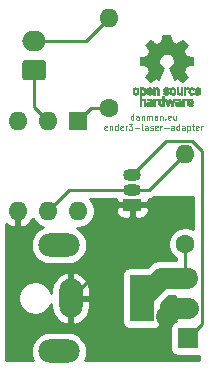
<source format=gbr>
%TF.GenerationSoftware,KiCad,Pcbnew,5.1.6-c6e7f7d~87~ubuntu20.04.1*%
%TF.CreationDate,2020-07-26T21:02:50+02:00*%
%TF.ProjectId,ender3-laser,656e6465-7233-42d6-9c61-7365722e6b69,rev?*%
%TF.SameCoordinates,Original*%
%TF.FileFunction,Copper,L1,Top*%
%TF.FilePolarity,Positive*%
%FSLAX46Y46*%
G04 Gerber Fmt 4.6, Leading zero omitted, Abs format (unit mm)*
G04 Created by KiCad (PCBNEW 5.1.6-c6e7f7d~87~ubuntu20.04.1) date 2020-07-26 21:02:50*
%MOMM*%
%LPD*%
G01*
G04 APERTURE LIST*
%TA.AperFunction,NonConductor*%
%ADD10C,0.125000*%
%TD*%
%TA.AperFunction,EtchedComponent*%
%ADD11C,0.010000*%
%TD*%
%TA.AperFunction,ComponentPad*%
%ADD12O,3.500000X2.000000*%
%TD*%
%TA.AperFunction,ComponentPad*%
%ADD13O,2.000000X3.300000*%
%TD*%
%TA.AperFunction,ComponentPad*%
%ADD14R,2.000000X4.000000*%
%TD*%
%TA.AperFunction,ComponentPad*%
%ADD15O,1.700000X1.700000*%
%TD*%
%TA.AperFunction,ComponentPad*%
%ADD16R,1.700000X1.700000*%
%TD*%
%TA.AperFunction,ComponentPad*%
%ADD17O,2.000000X1.700000*%
%TD*%
%TA.AperFunction,ComponentPad*%
%ADD18O,1.600000X1.600000*%
%TD*%
%TA.AperFunction,ComponentPad*%
%ADD19R,1.600000X1.600000*%
%TD*%
%TA.AperFunction,ComponentPad*%
%ADD20C,1.600000*%
%TD*%
%TA.AperFunction,ComponentPad*%
%ADD21R,1.500000X1.050000*%
%TD*%
%TA.AperFunction,ComponentPad*%
%ADD22O,1.500000X1.050000*%
%TD*%
%TA.AperFunction,Conductor*%
%ADD23C,0.250000*%
%TD*%
%TA.AperFunction,Conductor*%
%ADD24C,1.800000*%
%TD*%
%TA.AperFunction,Conductor*%
%ADD25C,0.254000*%
%TD*%
G04 APERTURE END LIST*
D10*
X135209523Y-80188690D02*
X135209523Y-79688690D01*
X135209523Y-80164880D02*
X135161904Y-80188690D01*
X135066666Y-80188690D01*
X135019047Y-80164880D01*
X134995238Y-80141071D01*
X134971428Y-80093452D01*
X134971428Y-79950595D01*
X134995238Y-79902976D01*
X135019047Y-79879166D01*
X135066666Y-79855357D01*
X135161904Y-79855357D01*
X135209523Y-79879166D01*
X135661904Y-80188690D02*
X135661904Y-79926785D01*
X135638095Y-79879166D01*
X135590476Y-79855357D01*
X135495238Y-79855357D01*
X135447619Y-79879166D01*
X135661904Y-80164880D02*
X135614285Y-80188690D01*
X135495238Y-80188690D01*
X135447619Y-80164880D01*
X135423809Y-80117261D01*
X135423809Y-80069642D01*
X135447619Y-80022023D01*
X135495238Y-79998214D01*
X135614285Y-79998214D01*
X135661904Y-79974404D01*
X135900000Y-79855357D02*
X135900000Y-80188690D01*
X135900000Y-79902976D02*
X135923809Y-79879166D01*
X135971428Y-79855357D01*
X136042857Y-79855357D01*
X136090476Y-79879166D01*
X136114285Y-79926785D01*
X136114285Y-80188690D01*
X136352380Y-80188690D02*
X136352380Y-79855357D01*
X136352380Y-79902976D02*
X136376190Y-79879166D01*
X136423809Y-79855357D01*
X136495238Y-79855357D01*
X136542857Y-79879166D01*
X136566666Y-79926785D01*
X136566666Y-80188690D01*
X136566666Y-79926785D02*
X136590476Y-79879166D01*
X136638095Y-79855357D01*
X136709523Y-79855357D01*
X136757142Y-79879166D01*
X136780952Y-79926785D01*
X136780952Y-80188690D01*
X137233333Y-80188690D02*
X137233333Y-79926785D01*
X137209523Y-79879166D01*
X137161904Y-79855357D01*
X137066666Y-79855357D01*
X137019047Y-79879166D01*
X137233333Y-80164880D02*
X137185714Y-80188690D01*
X137066666Y-80188690D01*
X137019047Y-80164880D01*
X136995238Y-80117261D01*
X136995238Y-80069642D01*
X137019047Y-80022023D01*
X137066666Y-79998214D01*
X137185714Y-79998214D01*
X137233333Y-79974404D01*
X137471428Y-79855357D02*
X137471428Y-80188690D01*
X137471428Y-79902976D02*
X137495238Y-79879166D01*
X137542857Y-79855357D01*
X137614285Y-79855357D01*
X137661904Y-79879166D01*
X137685714Y-79926785D01*
X137685714Y-80188690D01*
X137923809Y-80141071D02*
X137947619Y-80164880D01*
X137923809Y-80188690D01*
X137900000Y-80164880D01*
X137923809Y-80141071D01*
X137923809Y-80188690D01*
X138352380Y-80164880D02*
X138304761Y-80188690D01*
X138209523Y-80188690D01*
X138161904Y-80164880D01*
X138138095Y-80117261D01*
X138138095Y-79926785D01*
X138161904Y-79879166D01*
X138209523Y-79855357D01*
X138304761Y-79855357D01*
X138352380Y-79879166D01*
X138376190Y-79926785D01*
X138376190Y-79974404D01*
X138138095Y-80022023D01*
X138804761Y-79855357D02*
X138804761Y-80188690D01*
X138590476Y-79855357D02*
X138590476Y-80117261D01*
X138614285Y-80164880D01*
X138661904Y-80188690D01*
X138733333Y-80188690D01*
X138780952Y-80164880D01*
X138804761Y-80141071D01*
X132971428Y-81039880D02*
X132923809Y-81063690D01*
X132828571Y-81063690D01*
X132780952Y-81039880D01*
X132757142Y-80992261D01*
X132757142Y-80801785D01*
X132780952Y-80754166D01*
X132828571Y-80730357D01*
X132923809Y-80730357D01*
X132971428Y-80754166D01*
X132995238Y-80801785D01*
X132995238Y-80849404D01*
X132757142Y-80897023D01*
X133209523Y-80730357D02*
X133209523Y-81063690D01*
X133209523Y-80777976D02*
X133233333Y-80754166D01*
X133280952Y-80730357D01*
X133352380Y-80730357D01*
X133400000Y-80754166D01*
X133423809Y-80801785D01*
X133423809Y-81063690D01*
X133876190Y-81063690D02*
X133876190Y-80563690D01*
X133876190Y-81039880D02*
X133828571Y-81063690D01*
X133733333Y-81063690D01*
X133685714Y-81039880D01*
X133661904Y-81016071D01*
X133638095Y-80968452D01*
X133638095Y-80825595D01*
X133661904Y-80777976D01*
X133685714Y-80754166D01*
X133733333Y-80730357D01*
X133828571Y-80730357D01*
X133876190Y-80754166D01*
X134304761Y-81039880D02*
X134257142Y-81063690D01*
X134161904Y-81063690D01*
X134114285Y-81039880D01*
X134090476Y-80992261D01*
X134090476Y-80801785D01*
X134114285Y-80754166D01*
X134161904Y-80730357D01*
X134257142Y-80730357D01*
X134304761Y-80754166D01*
X134328571Y-80801785D01*
X134328571Y-80849404D01*
X134090476Y-80897023D01*
X134542857Y-81063690D02*
X134542857Y-80730357D01*
X134542857Y-80825595D02*
X134566666Y-80777976D01*
X134590476Y-80754166D01*
X134638095Y-80730357D01*
X134685714Y-80730357D01*
X134804761Y-80563690D02*
X135114285Y-80563690D01*
X134947619Y-80754166D01*
X135019047Y-80754166D01*
X135066666Y-80777976D01*
X135090476Y-80801785D01*
X135114285Y-80849404D01*
X135114285Y-80968452D01*
X135090476Y-81016071D01*
X135066666Y-81039880D01*
X135019047Y-81063690D01*
X134876190Y-81063690D01*
X134828571Y-81039880D01*
X134804761Y-81016071D01*
X135328571Y-80873214D02*
X135709523Y-80873214D01*
X136019047Y-81063690D02*
X135971428Y-81039880D01*
X135947619Y-80992261D01*
X135947619Y-80563690D01*
X136423809Y-81063690D02*
X136423809Y-80801785D01*
X136400000Y-80754166D01*
X136352380Y-80730357D01*
X136257142Y-80730357D01*
X136209523Y-80754166D01*
X136423809Y-81039880D02*
X136376190Y-81063690D01*
X136257142Y-81063690D01*
X136209523Y-81039880D01*
X136185714Y-80992261D01*
X136185714Y-80944642D01*
X136209523Y-80897023D01*
X136257142Y-80873214D01*
X136376190Y-80873214D01*
X136423809Y-80849404D01*
X136638095Y-81039880D02*
X136685714Y-81063690D01*
X136780952Y-81063690D01*
X136828571Y-81039880D01*
X136852380Y-80992261D01*
X136852380Y-80968452D01*
X136828571Y-80920833D01*
X136780952Y-80897023D01*
X136709523Y-80897023D01*
X136661904Y-80873214D01*
X136638095Y-80825595D01*
X136638095Y-80801785D01*
X136661904Y-80754166D01*
X136709523Y-80730357D01*
X136780952Y-80730357D01*
X136828571Y-80754166D01*
X137257142Y-81039880D02*
X137209523Y-81063690D01*
X137114285Y-81063690D01*
X137066666Y-81039880D01*
X137042857Y-80992261D01*
X137042857Y-80801785D01*
X137066666Y-80754166D01*
X137114285Y-80730357D01*
X137209523Y-80730357D01*
X137257142Y-80754166D01*
X137280952Y-80801785D01*
X137280952Y-80849404D01*
X137042857Y-80897023D01*
X137495238Y-81063690D02*
X137495238Y-80730357D01*
X137495238Y-80825595D02*
X137519047Y-80777976D01*
X137542857Y-80754166D01*
X137590476Y-80730357D01*
X137638095Y-80730357D01*
X137804761Y-80873214D02*
X138185714Y-80873214D01*
X138638095Y-81063690D02*
X138638095Y-80801785D01*
X138614285Y-80754166D01*
X138566666Y-80730357D01*
X138471428Y-80730357D01*
X138423809Y-80754166D01*
X138638095Y-81039880D02*
X138590476Y-81063690D01*
X138471428Y-81063690D01*
X138423809Y-81039880D01*
X138400000Y-80992261D01*
X138400000Y-80944642D01*
X138423809Y-80897023D01*
X138471428Y-80873214D01*
X138590476Y-80873214D01*
X138638095Y-80849404D01*
X139090476Y-81063690D02*
X139090476Y-80563690D01*
X139090476Y-81039880D02*
X139042857Y-81063690D01*
X138947619Y-81063690D01*
X138900000Y-81039880D01*
X138876190Y-81016071D01*
X138852380Y-80968452D01*
X138852380Y-80825595D01*
X138876190Y-80777976D01*
X138900000Y-80754166D01*
X138947619Y-80730357D01*
X139042857Y-80730357D01*
X139090476Y-80754166D01*
X139542857Y-81063690D02*
X139542857Y-80801785D01*
X139519047Y-80754166D01*
X139471428Y-80730357D01*
X139376190Y-80730357D01*
X139328571Y-80754166D01*
X139542857Y-81039880D02*
X139495238Y-81063690D01*
X139376190Y-81063690D01*
X139328571Y-81039880D01*
X139304761Y-80992261D01*
X139304761Y-80944642D01*
X139328571Y-80897023D01*
X139376190Y-80873214D01*
X139495238Y-80873214D01*
X139542857Y-80849404D01*
X139780952Y-80730357D02*
X139780952Y-81230357D01*
X139780952Y-80754166D02*
X139828571Y-80730357D01*
X139923809Y-80730357D01*
X139971428Y-80754166D01*
X139995238Y-80777976D01*
X140019047Y-80825595D01*
X140019047Y-80968452D01*
X139995238Y-81016071D01*
X139971428Y-81039880D01*
X139923809Y-81063690D01*
X139828571Y-81063690D01*
X139780952Y-81039880D01*
X140161904Y-80730357D02*
X140352380Y-80730357D01*
X140233333Y-80563690D02*
X140233333Y-80992261D01*
X140257142Y-81039880D01*
X140304761Y-81063690D01*
X140352380Y-81063690D01*
X140709523Y-81039880D02*
X140661904Y-81063690D01*
X140566666Y-81063690D01*
X140519047Y-81039880D01*
X140495238Y-80992261D01*
X140495238Y-80801785D01*
X140519047Y-80754166D01*
X140566666Y-80730357D01*
X140661904Y-80730357D01*
X140709523Y-80754166D01*
X140733333Y-80801785D01*
X140733333Y-80849404D01*
X140495238Y-80897023D01*
X140947619Y-81063690D02*
X140947619Y-80730357D01*
X140947619Y-80825595D02*
X140971428Y-80777976D01*
X140995238Y-80754166D01*
X141042857Y-80730357D01*
X141090476Y-80730357D01*
D11*
%TO.C,REF\u002A\u002A*%
G36*
X136091241Y-77469184D02*
G01*
X136117753Y-77482282D01*
X136150447Y-77505106D01*
X136174275Y-77529996D01*
X136190594Y-77561249D01*
X136200760Y-77603166D01*
X136206128Y-77660044D01*
X136208056Y-77736184D01*
X136208169Y-77768917D01*
X136207839Y-77840656D01*
X136206473Y-77891927D01*
X136203500Y-77927404D01*
X136198351Y-77951763D01*
X136190457Y-77969680D01*
X136182243Y-77981902D01*
X136129813Y-78033905D01*
X136068070Y-78065184D01*
X136001464Y-78074592D01*
X135934442Y-78060980D01*
X135913208Y-78051354D01*
X135862376Y-78024859D01*
X135862376Y-78440052D01*
X135899475Y-78420868D01*
X135948357Y-78406025D01*
X136008439Y-78402222D01*
X136068436Y-78409243D01*
X136113744Y-78425013D01*
X136151325Y-78455047D01*
X136183436Y-78498024D01*
X136185850Y-78502436D01*
X136196033Y-78523221D01*
X136203470Y-78544170D01*
X136208589Y-78569548D01*
X136211819Y-78603618D01*
X136213587Y-78650641D01*
X136214323Y-78714882D01*
X136214456Y-78787176D01*
X136214456Y-79017822D01*
X136076139Y-79017822D01*
X136076139Y-78592533D01*
X136037451Y-78559979D01*
X135997262Y-78533940D01*
X135959203Y-78529205D01*
X135920934Y-78541389D01*
X135900538Y-78553320D01*
X135885358Y-78570313D01*
X135874562Y-78595995D01*
X135867317Y-78633991D01*
X135862792Y-78687926D01*
X135860156Y-78761425D01*
X135859228Y-78810347D01*
X135856089Y-79011535D01*
X135790074Y-79015336D01*
X135724060Y-79019136D01*
X135724060Y-77770650D01*
X135862376Y-77770650D01*
X135865903Y-77840254D01*
X135877785Y-77888569D01*
X135899980Y-77918631D01*
X135934441Y-77933471D01*
X135969258Y-77936436D01*
X136008671Y-77933028D01*
X136034829Y-77919617D01*
X136051186Y-77901896D01*
X136064063Y-77882835D01*
X136071728Y-77861601D01*
X136075139Y-77831849D01*
X136075251Y-77787236D01*
X136074103Y-77749880D01*
X136071468Y-77693604D01*
X136067544Y-77656658D01*
X136060937Y-77633223D01*
X136050251Y-77617480D01*
X136040167Y-77608380D01*
X135998030Y-77588537D01*
X135948160Y-77585332D01*
X135919524Y-77592168D01*
X135891172Y-77616464D01*
X135872391Y-77663728D01*
X135863288Y-77733624D01*
X135862376Y-77770650D01*
X135724060Y-77770650D01*
X135724060Y-77458614D01*
X135793218Y-77458614D01*
X135834740Y-77460256D01*
X135856162Y-77466087D01*
X135862374Y-77477461D01*
X135862376Y-77477798D01*
X135865258Y-77488938D01*
X135877970Y-77487673D01*
X135903243Y-77475433D01*
X135962131Y-77456707D01*
X136028385Y-77454739D01*
X136091241Y-77469184D01*
G37*
X136091241Y-77469184D02*
X136117753Y-77482282D01*
X136150447Y-77505106D01*
X136174275Y-77529996D01*
X136190594Y-77561249D01*
X136200760Y-77603166D01*
X136206128Y-77660044D01*
X136208056Y-77736184D01*
X136208169Y-77768917D01*
X136207839Y-77840656D01*
X136206473Y-77891927D01*
X136203500Y-77927404D01*
X136198351Y-77951763D01*
X136190457Y-77969680D01*
X136182243Y-77981902D01*
X136129813Y-78033905D01*
X136068070Y-78065184D01*
X136001464Y-78074592D01*
X135934442Y-78060980D01*
X135913208Y-78051354D01*
X135862376Y-78024859D01*
X135862376Y-78440052D01*
X135899475Y-78420868D01*
X135948357Y-78406025D01*
X136008439Y-78402222D01*
X136068436Y-78409243D01*
X136113744Y-78425013D01*
X136151325Y-78455047D01*
X136183436Y-78498024D01*
X136185850Y-78502436D01*
X136196033Y-78523221D01*
X136203470Y-78544170D01*
X136208589Y-78569548D01*
X136211819Y-78603618D01*
X136213587Y-78650641D01*
X136214323Y-78714882D01*
X136214456Y-78787176D01*
X136214456Y-79017822D01*
X136076139Y-79017822D01*
X136076139Y-78592533D01*
X136037451Y-78559979D01*
X135997262Y-78533940D01*
X135959203Y-78529205D01*
X135920934Y-78541389D01*
X135900538Y-78553320D01*
X135885358Y-78570313D01*
X135874562Y-78595995D01*
X135867317Y-78633991D01*
X135862792Y-78687926D01*
X135860156Y-78761425D01*
X135859228Y-78810347D01*
X135856089Y-79011535D01*
X135790074Y-79015336D01*
X135724060Y-79019136D01*
X135724060Y-77770650D01*
X135862376Y-77770650D01*
X135865903Y-77840254D01*
X135877785Y-77888569D01*
X135899980Y-77918631D01*
X135934441Y-77933471D01*
X135969258Y-77936436D01*
X136008671Y-77933028D01*
X136034829Y-77919617D01*
X136051186Y-77901896D01*
X136064063Y-77882835D01*
X136071728Y-77861601D01*
X136075139Y-77831849D01*
X136075251Y-77787236D01*
X136074103Y-77749880D01*
X136071468Y-77693604D01*
X136067544Y-77656658D01*
X136060937Y-77633223D01*
X136050251Y-77617480D01*
X136040167Y-77608380D01*
X135998030Y-77588537D01*
X135948160Y-77585332D01*
X135919524Y-77592168D01*
X135891172Y-77616464D01*
X135872391Y-77663728D01*
X135863288Y-77733624D01*
X135862376Y-77770650D01*
X135724060Y-77770650D01*
X135724060Y-77458614D01*
X135793218Y-77458614D01*
X135834740Y-77460256D01*
X135856162Y-77466087D01*
X135862374Y-77477461D01*
X135862376Y-77477798D01*
X135865258Y-77488938D01*
X135877970Y-77487673D01*
X135903243Y-77475433D01*
X135962131Y-77456707D01*
X136028385Y-77454739D01*
X136091241Y-77469184D01*
G36*
X136615790Y-78406555D02*
G01*
X136674945Y-78422339D01*
X136719977Y-78450948D01*
X136751754Y-78488419D01*
X136761634Y-78504411D01*
X136768927Y-78521163D01*
X136774026Y-78542592D01*
X136777321Y-78572616D01*
X136779203Y-78615154D01*
X136780063Y-78674122D01*
X136780293Y-78753440D01*
X136780297Y-78774484D01*
X136780297Y-79017822D01*
X136719941Y-79017822D01*
X136681443Y-79015126D01*
X136652977Y-79008295D01*
X136645845Y-79004083D01*
X136626348Y-78996813D01*
X136606434Y-79004083D01*
X136573647Y-79013160D01*
X136526022Y-79016813D01*
X136473236Y-79015228D01*
X136424964Y-79008589D01*
X136396782Y-79000072D01*
X136342247Y-78965063D01*
X136308165Y-78916479D01*
X136292843Y-78851882D01*
X136292701Y-78850223D01*
X136294045Y-78821566D01*
X136415644Y-78821566D01*
X136426274Y-78854161D01*
X136443590Y-78872505D01*
X136478348Y-78886379D01*
X136524227Y-78891917D01*
X136571012Y-78889191D01*
X136608486Y-78878274D01*
X136618985Y-78871269D01*
X136637332Y-78838904D01*
X136641980Y-78802111D01*
X136641980Y-78753763D01*
X136572418Y-78753763D01*
X136506333Y-78758850D01*
X136456236Y-78773263D01*
X136425071Y-78795729D01*
X136415644Y-78821566D01*
X136294045Y-78821566D01*
X136296013Y-78779647D01*
X136319290Y-78723845D01*
X136363052Y-78681647D01*
X136369101Y-78677808D01*
X136395093Y-78665309D01*
X136427265Y-78657740D01*
X136472240Y-78654061D01*
X136525669Y-78653216D01*
X136641980Y-78653169D01*
X136641980Y-78604411D01*
X136637047Y-78566581D01*
X136624457Y-78541236D01*
X136622983Y-78539887D01*
X136594966Y-78528800D01*
X136552674Y-78524503D01*
X136505936Y-78526615D01*
X136464582Y-78534756D01*
X136440043Y-78546965D01*
X136426747Y-78556746D01*
X136412706Y-78558613D01*
X136393329Y-78550600D01*
X136364024Y-78530739D01*
X136320197Y-78497063D01*
X136316175Y-78493909D01*
X136318236Y-78482236D01*
X136335432Y-78462822D01*
X136361567Y-78441248D01*
X136390448Y-78423096D01*
X136399522Y-78418809D01*
X136432620Y-78410256D01*
X136481120Y-78404155D01*
X136535305Y-78401708D01*
X136537839Y-78401703D01*
X136615790Y-78406555D01*
G37*
X136615790Y-78406555D02*
X136674945Y-78422339D01*
X136719977Y-78450948D01*
X136751754Y-78488419D01*
X136761634Y-78504411D01*
X136768927Y-78521163D01*
X136774026Y-78542592D01*
X136777321Y-78572616D01*
X136779203Y-78615154D01*
X136780063Y-78674122D01*
X136780293Y-78753440D01*
X136780297Y-78774484D01*
X136780297Y-79017822D01*
X136719941Y-79017822D01*
X136681443Y-79015126D01*
X136652977Y-79008295D01*
X136645845Y-79004083D01*
X136626348Y-78996813D01*
X136606434Y-79004083D01*
X136573647Y-79013160D01*
X136526022Y-79016813D01*
X136473236Y-79015228D01*
X136424964Y-79008589D01*
X136396782Y-79000072D01*
X136342247Y-78965063D01*
X136308165Y-78916479D01*
X136292843Y-78851882D01*
X136292701Y-78850223D01*
X136294045Y-78821566D01*
X136415644Y-78821566D01*
X136426274Y-78854161D01*
X136443590Y-78872505D01*
X136478348Y-78886379D01*
X136524227Y-78891917D01*
X136571012Y-78889191D01*
X136608486Y-78878274D01*
X136618985Y-78871269D01*
X136637332Y-78838904D01*
X136641980Y-78802111D01*
X136641980Y-78753763D01*
X136572418Y-78753763D01*
X136506333Y-78758850D01*
X136456236Y-78773263D01*
X136425071Y-78795729D01*
X136415644Y-78821566D01*
X136294045Y-78821566D01*
X136296013Y-78779647D01*
X136319290Y-78723845D01*
X136363052Y-78681647D01*
X136369101Y-78677808D01*
X136395093Y-78665309D01*
X136427265Y-78657740D01*
X136472240Y-78654061D01*
X136525669Y-78653216D01*
X136641980Y-78653169D01*
X136641980Y-78604411D01*
X136637047Y-78566581D01*
X136624457Y-78541236D01*
X136622983Y-78539887D01*
X136594966Y-78528800D01*
X136552674Y-78524503D01*
X136505936Y-78526615D01*
X136464582Y-78534756D01*
X136440043Y-78546965D01*
X136426747Y-78556746D01*
X136412706Y-78558613D01*
X136393329Y-78550600D01*
X136364024Y-78530739D01*
X136320197Y-78497063D01*
X136316175Y-78493909D01*
X136318236Y-78482236D01*
X136335432Y-78462822D01*
X136361567Y-78441248D01*
X136390448Y-78423096D01*
X136399522Y-78418809D01*
X136432620Y-78410256D01*
X136481120Y-78404155D01*
X136535305Y-78401708D01*
X136537839Y-78401703D01*
X136615790Y-78406555D01*
G36*
X137006644Y-78403020D02*
G01*
X137025461Y-78408660D01*
X137031527Y-78421053D01*
X137031782Y-78426647D01*
X137032871Y-78442230D01*
X137040368Y-78444676D01*
X137060619Y-78433993D01*
X137072649Y-78426694D01*
X137110600Y-78411063D01*
X137155928Y-78403334D01*
X137203456Y-78402740D01*
X137248005Y-78408513D01*
X137284398Y-78419884D01*
X137307457Y-78436088D01*
X137312004Y-78456355D01*
X137309709Y-78461843D01*
X137292980Y-78484626D01*
X137267037Y-78512647D01*
X137262345Y-78517177D01*
X137237617Y-78538005D01*
X137216282Y-78544735D01*
X137186445Y-78540038D01*
X137174492Y-78536917D01*
X137137295Y-78529421D01*
X137111141Y-78532792D01*
X137089054Y-78544681D01*
X137068822Y-78560635D01*
X137053921Y-78580700D01*
X137043566Y-78608702D01*
X137036971Y-78648467D01*
X137033351Y-78703823D01*
X137031922Y-78778594D01*
X137031782Y-78823740D01*
X137031782Y-79017822D01*
X136906040Y-79017822D01*
X136906040Y-78401683D01*
X136968911Y-78401683D01*
X137006644Y-78403020D01*
G37*
X137006644Y-78403020D02*
X137025461Y-78408660D01*
X137031527Y-78421053D01*
X137031782Y-78426647D01*
X137032871Y-78442230D01*
X137040368Y-78444676D01*
X137060619Y-78433993D01*
X137072649Y-78426694D01*
X137110600Y-78411063D01*
X137155928Y-78403334D01*
X137203456Y-78402740D01*
X137248005Y-78408513D01*
X137284398Y-78419884D01*
X137307457Y-78436088D01*
X137312004Y-78456355D01*
X137309709Y-78461843D01*
X137292980Y-78484626D01*
X137267037Y-78512647D01*
X137262345Y-78517177D01*
X137237617Y-78538005D01*
X137216282Y-78544735D01*
X137186445Y-78540038D01*
X137174492Y-78536917D01*
X137137295Y-78529421D01*
X137111141Y-78532792D01*
X137089054Y-78544681D01*
X137068822Y-78560635D01*
X137053921Y-78580700D01*
X137043566Y-78608702D01*
X137036971Y-78648467D01*
X137033351Y-78703823D01*
X137031922Y-78778594D01*
X137031782Y-78823740D01*
X137031782Y-79017822D01*
X136906040Y-79017822D01*
X136906040Y-78401683D01*
X136968911Y-78401683D01*
X137006644Y-78403020D01*
G36*
X137798812Y-79017822D02*
G01*
X137729654Y-79017822D01*
X137689512Y-79016645D01*
X137668606Y-79011772D01*
X137661078Y-79001186D01*
X137660495Y-78994029D01*
X137659226Y-78979676D01*
X137651221Y-78976923D01*
X137630185Y-78985771D01*
X137613827Y-78994029D01*
X137551023Y-79013597D01*
X137482752Y-79014729D01*
X137427248Y-79000135D01*
X137375562Y-78964877D01*
X137336162Y-78912835D01*
X137314587Y-78851450D01*
X137314038Y-78848018D01*
X137310833Y-78810571D01*
X137309239Y-78756813D01*
X137309367Y-78716155D01*
X137446721Y-78716155D01*
X137449903Y-78770194D01*
X137457141Y-78814735D01*
X137466940Y-78839888D01*
X137504011Y-78874260D01*
X137548026Y-78886582D01*
X137593416Y-78876618D01*
X137632203Y-78846895D01*
X137646892Y-78826905D01*
X137655481Y-78803050D01*
X137659504Y-78768230D01*
X137660495Y-78715930D01*
X137658722Y-78664139D01*
X137654037Y-78618634D01*
X137647397Y-78588181D01*
X137646290Y-78585452D01*
X137619509Y-78553000D01*
X137580421Y-78535183D01*
X137536685Y-78532306D01*
X137495962Y-78544674D01*
X137465913Y-78572593D01*
X137462796Y-78578148D01*
X137453039Y-78612022D01*
X137447723Y-78660728D01*
X137446721Y-78716155D01*
X137309367Y-78716155D01*
X137309432Y-78695540D01*
X137310336Y-78662563D01*
X137316486Y-78580981D01*
X137329267Y-78519730D01*
X137350529Y-78474449D01*
X137382122Y-78440779D01*
X137412793Y-78421014D01*
X137455646Y-78407120D01*
X137508944Y-78402354D01*
X137563520Y-78406236D01*
X137610208Y-78418282D01*
X137634876Y-78432693D01*
X137660495Y-78455878D01*
X137660495Y-78162773D01*
X137798812Y-78162773D01*
X137798812Y-79017822D01*
G37*
X137798812Y-79017822D02*
X137729654Y-79017822D01*
X137689512Y-79016645D01*
X137668606Y-79011772D01*
X137661078Y-79001186D01*
X137660495Y-78994029D01*
X137659226Y-78979676D01*
X137651221Y-78976923D01*
X137630185Y-78985771D01*
X137613827Y-78994029D01*
X137551023Y-79013597D01*
X137482752Y-79014729D01*
X137427248Y-79000135D01*
X137375562Y-78964877D01*
X137336162Y-78912835D01*
X137314587Y-78851450D01*
X137314038Y-78848018D01*
X137310833Y-78810571D01*
X137309239Y-78756813D01*
X137309367Y-78716155D01*
X137446721Y-78716155D01*
X137449903Y-78770194D01*
X137457141Y-78814735D01*
X137466940Y-78839888D01*
X137504011Y-78874260D01*
X137548026Y-78886582D01*
X137593416Y-78876618D01*
X137632203Y-78846895D01*
X137646892Y-78826905D01*
X137655481Y-78803050D01*
X137659504Y-78768230D01*
X137660495Y-78715930D01*
X137658722Y-78664139D01*
X137654037Y-78618634D01*
X137647397Y-78588181D01*
X137646290Y-78585452D01*
X137619509Y-78553000D01*
X137580421Y-78535183D01*
X137536685Y-78532306D01*
X137495962Y-78544674D01*
X137465913Y-78572593D01*
X137462796Y-78578148D01*
X137453039Y-78612022D01*
X137447723Y-78660728D01*
X137446721Y-78716155D01*
X137309367Y-78716155D01*
X137309432Y-78695540D01*
X137310336Y-78662563D01*
X137316486Y-78580981D01*
X137329267Y-78519730D01*
X137350529Y-78474449D01*
X137382122Y-78440779D01*
X137412793Y-78421014D01*
X137455646Y-78407120D01*
X137508944Y-78402354D01*
X137563520Y-78406236D01*
X137610208Y-78418282D01*
X137634876Y-78432693D01*
X137660495Y-78455878D01*
X137660495Y-78162773D01*
X137798812Y-78162773D01*
X137798812Y-79017822D01*
G36*
X138281524Y-78404237D02*
G01*
X138331255Y-78407971D01*
X138461291Y-78797773D01*
X138481678Y-78728614D01*
X138493946Y-78685874D01*
X138510085Y-78628115D01*
X138527512Y-78564625D01*
X138536726Y-78530570D01*
X138571388Y-78401683D01*
X138714391Y-78401683D01*
X138671646Y-78536857D01*
X138650596Y-78603342D01*
X138625167Y-78683539D01*
X138598610Y-78767193D01*
X138574902Y-78841782D01*
X138520902Y-79011535D01*
X138462598Y-79015328D01*
X138404295Y-79019122D01*
X138372679Y-78914734D01*
X138353182Y-78849889D01*
X138331904Y-78778400D01*
X138313308Y-78715263D01*
X138312574Y-78712750D01*
X138298684Y-78669969D01*
X138286429Y-78640779D01*
X138277846Y-78629741D01*
X138276082Y-78631018D01*
X138269891Y-78648130D01*
X138258128Y-78684787D01*
X138242225Y-78736378D01*
X138223614Y-78798294D01*
X138213543Y-78832352D01*
X138159007Y-79017822D01*
X138043264Y-79017822D01*
X137950737Y-78725471D01*
X137924744Y-78643462D01*
X137901066Y-78568987D01*
X137880820Y-78505544D01*
X137865126Y-78456632D01*
X137855102Y-78425749D01*
X137852055Y-78416726D01*
X137854467Y-78407487D01*
X137873408Y-78403441D01*
X137912823Y-78403846D01*
X137918993Y-78404152D01*
X137992086Y-78407971D01*
X138039957Y-78584010D01*
X138057553Y-78648211D01*
X138073277Y-78704649D01*
X138085746Y-78748422D01*
X138093574Y-78774630D01*
X138095020Y-78778903D01*
X138101014Y-78773990D01*
X138113101Y-78748532D01*
X138129893Y-78705997D01*
X138150003Y-78649850D01*
X138167003Y-78599130D01*
X138231794Y-78400504D01*
X138281524Y-78404237D01*
G37*
X138281524Y-78404237D02*
X138331255Y-78407971D01*
X138461291Y-78797773D01*
X138481678Y-78728614D01*
X138493946Y-78685874D01*
X138510085Y-78628115D01*
X138527512Y-78564625D01*
X138536726Y-78530570D01*
X138571388Y-78401683D01*
X138714391Y-78401683D01*
X138671646Y-78536857D01*
X138650596Y-78603342D01*
X138625167Y-78683539D01*
X138598610Y-78767193D01*
X138574902Y-78841782D01*
X138520902Y-79011535D01*
X138462598Y-79015328D01*
X138404295Y-79019122D01*
X138372679Y-78914734D01*
X138353182Y-78849889D01*
X138331904Y-78778400D01*
X138313308Y-78715263D01*
X138312574Y-78712750D01*
X138298684Y-78669969D01*
X138286429Y-78640779D01*
X138277846Y-78629741D01*
X138276082Y-78631018D01*
X138269891Y-78648130D01*
X138258128Y-78684787D01*
X138242225Y-78736378D01*
X138223614Y-78798294D01*
X138213543Y-78832352D01*
X138159007Y-79017822D01*
X138043264Y-79017822D01*
X137950737Y-78725471D01*
X137924744Y-78643462D01*
X137901066Y-78568987D01*
X137880820Y-78505544D01*
X137865126Y-78456632D01*
X137855102Y-78425749D01*
X137852055Y-78416726D01*
X137854467Y-78407487D01*
X137873408Y-78403441D01*
X137912823Y-78403846D01*
X137918993Y-78404152D01*
X137992086Y-78407971D01*
X138039957Y-78584010D01*
X138057553Y-78648211D01*
X138073277Y-78704649D01*
X138085746Y-78748422D01*
X138093574Y-78774630D01*
X138095020Y-78778903D01*
X138101014Y-78773990D01*
X138113101Y-78748532D01*
X138129893Y-78705997D01*
X138150003Y-78649850D01*
X138167003Y-78599130D01*
X138231794Y-78400504D01*
X138281524Y-78404237D01*
G36*
X139038411Y-78405417D02*
G01*
X139091411Y-78418290D01*
X139106731Y-78425110D01*
X139136428Y-78442974D01*
X139159220Y-78463093D01*
X139176083Y-78488962D01*
X139187998Y-78524073D01*
X139195942Y-78571920D01*
X139200894Y-78635996D01*
X139203831Y-78719794D01*
X139204947Y-78775768D01*
X139209052Y-79017822D01*
X139138932Y-79017822D01*
X139096393Y-79016038D01*
X139074476Y-79009942D01*
X139068812Y-78999706D01*
X139065821Y-78988637D01*
X139052451Y-78990754D01*
X139034233Y-78999629D01*
X138988624Y-79013233D01*
X138930007Y-79016899D01*
X138868354Y-79010903D01*
X138813638Y-78995521D01*
X138808730Y-78993386D01*
X138758723Y-78958255D01*
X138725756Y-78909419D01*
X138710587Y-78852333D01*
X138711746Y-78831824D01*
X138835508Y-78831824D01*
X138846413Y-78859425D01*
X138878745Y-78879204D01*
X138930910Y-78889819D01*
X138958787Y-78891228D01*
X139005247Y-78887620D01*
X139036129Y-78873597D01*
X139043664Y-78866931D01*
X139064076Y-78830666D01*
X139068812Y-78797773D01*
X139068812Y-78753763D01*
X139007513Y-78753763D01*
X138936256Y-78757395D01*
X138886276Y-78768818D01*
X138854696Y-78788824D01*
X138847626Y-78797743D01*
X138835508Y-78831824D01*
X138711746Y-78831824D01*
X138713971Y-78792456D01*
X138736663Y-78735244D01*
X138767624Y-78696580D01*
X138786376Y-78679864D01*
X138804733Y-78668878D01*
X138828619Y-78662180D01*
X138863957Y-78658326D01*
X138916669Y-78655873D01*
X138937577Y-78655168D01*
X139068812Y-78650879D01*
X139068620Y-78611158D01*
X139063537Y-78569405D01*
X139045162Y-78544158D01*
X139008039Y-78528030D01*
X139007043Y-78527742D01*
X138954410Y-78521400D01*
X138902906Y-78529684D01*
X138864630Y-78549827D01*
X138849272Y-78559773D01*
X138832730Y-78558397D01*
X138807275Y-78543987D01*
X138792328Y-78533817D01*
X138763091Y-78512088D01*
X138744980Y-78495800D01*
X138742074Y-78491137D01*
X138754040Y-78467005D01*
X138789396Y-78438185D01*
X138804753Y-78428461D01*
X138848901Y-78411714D01*
X138908398Y-78402227D01*
X138974487Y-78400095D01*
X139038411Y-78405417D01*
G37*
X139038411Y-78405417D02*
X139091411Y-78418290D01*
X139106731Y-78425110D01*
X139136428Y-78442974D01*
X139159220Y-78463093D01*
X139176083Y-78488962D01*
X139187998Y-78524073D01*
X139195942Y-78571920D01*
X139200894Y-78635996D01*
X139203831Y-78719794D01*
X139204947Y-78775768D01*
X139209052Y-79017822D01*
X139138932Y-79017822D01*
X139096393Y-79016038D01*
X139074476Y-79009942D01*
X139068812Y-78999706D01*
X139065821Y-78988637D01*
X139052451Y-78990754D01*
X139034233Y-78999629D01*
X138988624Y-79013233D01*
X138930007Y-79016899D01*
X138868354Y-79010903D01*
X138813638Y-78995521D01*
X138808730Y-78993386D01*
X138758723Y-78958255D01*
X138725756Y-78909419D01*
X138710587Y-78852333D01*
X138711746Y-78831824D01*
X138835508Y-78831824D01*
X138846413Y-78859425D01*
X138878745Y-78879204D01*
X138930910Y-78889819D01*
X138958787Y-78891228D01*
X139005247Y-78887620D01*
X139036129Y-78873597D01*
X139043664Y-78866931D01*
X139064076Y-78830666D01*
X139068812Y-78797773D01*
X139068812Y-78753763D01*
X139007513Y-78753763D01*
X138936256Y-78757395D01*
X138886276Y-78768818D01*
X138854696Y-78788824D01*
X138847626Y-78797743D01*
X138835508Y-78831824D01*
X138711746Y-78831824D01*
X138713971Y-78792456D01*
X138736663Y-78735244D01*
X138767624Y-78696580D01*
X138786376Y-78679864D01*
X138804733Y-78668878D01*
X138828619Y-78662180D01*
X138863957Y-78658326D01*
X138916669Y-78655873D01*
X138937577Y-78655168D01*
X139068812Y-78650879D01*
X139068620Y-78611158D01*
X139063537Y-78569405D01*
X139045162Y-78544158D01*
X139008039Y-78528030D01*
X139007043Y-78527742D01*
X138954410Y-78521400D01*
X138902906Y-78529684D01*
X138864630Y-78549827D01*
X138849272Y-78559773D01*
X138832730Y-78558397D01*
X138807275Y-78543987D01*
X138792328Y-78533817D01*
X138763091Y-78512088D01*
X138744980Y-78495800D01*
X138742074Y-78491137D01*
X138754040Y-78467005D01*
X138789396Y-78438185D01*
X138804753Y-78428461D01*
X138848901Y-78411714D01*
X138908398Y-78402227D01*
X138974487Y-78400095D01*
X139038411Y-78405417D01*
G36*
X139635255Y-78401486D02*
G01*
X139683595Y-78411015D01*
X139711114Y-78425125D01*
X139740064Y-78448568D01*
X139698876Y-78500571D01*
X139673482Y-78532064D01*
X139656238Y-78547428D01*
X139639102Y-78549776D01*
X139614027Y-78542217D01*
X139602257Y-78537941D01*
X139554270Y-78531631D01*
X139510324Y-78545156D01*
X139478060Y-78575710D01*
X139472819Y-78585452D01*
X139467112Y-78611258D01*
X139462706Y-78658817D01*
X139459811Y-78724758D01*
X139458631Y-78805710D01*
X139458614Y-78817226D01*
X139458614Y-79017822D01*
X139320297Y-79017822D01*
X139320297Y-78401683D01*
X139389456Y-78401683D01*
X139429333Y-78402725D01*
X139450107Y-78407358D01*
X139457789Y-78417849D01*
X139458614Y-78427745D01*
X139458614Y-78453806D01*
X139491745Y-78427745D01*
X139529735Y-78409965D01*
X139580770Y-78401174D01*
X139635255Y-78401486D01*
G37*
X139635255Y-78401486D02*
X139683595Y-78411015D01*
X139711114Y-78425125D01*
X139740064Y-78448568D01*
X139698876Y-78500571D01*
X139673482Y-78532064D01*
X139656238Y-78547428D01*
X139639102Y-78549776D01*
X139614027Y-78542217D01*
X139602257Y-78537941D01*
X139554270Y-78531631D01*
X139510324Y-78545156D01*
X139478060Y-78575710D01*
X139472819Y-78585452D01*
X139467112Y-78611258D01*
X139462706Y-78658817D01*
X139459811Y-78724758D01*
X139458631Y-78805710D01*
X139458614Y-78817226D01*
X139458614Y-79017822D01*
X139320297Y-79017822D01*
X139320297Y-78401683D01*
X139389456Y-78401683D01*
X139429333Y-78402725D01*
X139450107Y-78407358D01*
X139457789Y-78417849D01*
X139458614Y-78427745D01*
X139458614Y-78453806D01*
X139491745Y-78427745D01*
X139529735Y-78409965D01*
X139580770Y-78401174D01*
X139635255Y-78401486D01*
G36*
X140032581Y-78404970D02*
G01*
X140092685Y-78420597D01*
X140143021Y-78452848D01*
X140167393Y-78476940D01*
X140207345Y-78533895D01*
X140230242Y-78599965D01*
X140238108Y-78681182D01*
X140238148Y-78687748D01*
X140238218Y-78753763D01*
X139858264Y-78753763D01*
X139866363Y-78788342D01*
X139880987Y-78819659D01*
X139906581Y-78852291D01*
X139911935Y-78857500D01*
X139957943Y-78885694D01*
X140010410Y-78890475D01*
X140070803Y-78871926D01*
X140081040Y-78866931D01*
X140112439Y-78851745D01*
X140133470Y-78843094D01*
X140137139Y-78842293D01*
X140149948Y-78850063D01*
X140174378Y-78869072D01*
X140186779Y-78879460D01*
X140212476Y-78903321D01*
X140220915Y-78919077D01*
X140215058Y-78933571D01*
X140211928Y-78937534D01*
X140190725Y-78954879D01*
X140155738Y-78975959D01*
X140131337Y-78988265D01*
X140062072Y-79009946D01*
X139985388Y-79016971D01*
X139912765Y-79008647D01*
X139892426Y-79002686D01*
X139829476Y-78968952D01*
X139782815Y-78917045D01*
X139752173Y-78846459D01*
X139737282Y-78756692D01*
X139735647Y-78709753D01*
X139740421Y-78641413D01*
X139860990Y-78641413D01*
X139872652Y-78646465D01*
X139903998Y-78650429D01*
X139949571Y-78652768D01*
X139980446Y-78653169D01*
X140035981Y-78652783D01*
X140071033Y-78650975D01*
X140090262Y-78646773D01*
X140098330Y-78639203D01*
X140099901Y-78628218D01*
X140089121Y-78594381D01*
X140061980Y-78560940D01*
X140026277Y-78535272D01*
X139990560Y-78524772D01*
X139942048Y-78534086D01*
X139900053Y-78561013D01*
X139870936Y-78599827D01*
X139860990Y-78641413D01*
X139740421Y-78641413D01*
X139742599Y-78610236D01*
X139764055Y-78530949D01*
X139800470Y-78471263D01*
X139852297Y-78430549D01*
X139919990Y-78408179D01*
X139956662Y-78403871D01*
X140032581Y-78404970D01*
G37*
X140032581Y-78404970D02*
X140092685Y-78420597D01*
X140143021Y-78452848D01*
X140167393Y-78476940D01*
X140207345Y-78533895D01*
X140230242Y-78599965D01*
X140238108Y-78681182D01*
X140238148Y-78687748D01*
X140238218Y-78753763D01*
X139858264Y-78753763D01*
X139866363Y-78788342D01*
X139880987Y-78819659D01*
X139906581Y-78852291D01*
X139911935Y-78857500D01*
X139957943Y-78885694D01*
X140010410Y-78890475D01*
X140070803Y-78871926D01*
X140081040Y-78866931D01*
X140112439Y-78851745D01*
X140133470Y-78843094D01*
X140137139Y-78842293D01*
X140149948Y-78850063D01*
X140174378Y-78869072D01*
X140186779Y-78879460D01*
X140212476Y-78903321D01*
X140220915Y-78919077D01*
X140215058Y-78933571D01*
X140211928Y-78937534D01*
X140190725Y-78954879D01*
X140155738Y-78975959D01*
X140131337Y-78988265D01*
X140062072Y-79009946D01*
X139985388Y-79016971D01*
X139912765Y-79008647D01*
X139892426Y-79002686D01*
X139829476Y-78968952D01*
X139782815Y-78917045D01*
X139752173Y-78846459D01*
X139737282Y-78756692D01*
X139735647Y-78709753D01*
X139740421Y-78641413D01*
X139860990Y-78641413D01*
X139872652Y-78646465D01*
X139903998Y-78650429D01*
X139949571Y-78652768D01*
X139980446Y-78653169D01*
X140035981Y-78652783D01*
X140071033Y-78650975D01*
X140090262Y-78646773D01*
X140098330Y-78639203D01*
X140099901Y-78628218D01*
X140089121Y-78594381D01*
X140061980Y-78560940D01*
X140026277Y-78535272D01*
X139990560Y-78524772D01*
X139942048Y-78534086D01*
X139900053Y-78561013D01*
X139870936Y-78599827D01*
X139860990Y-78641413D01*
X139740421Y-78641413D01*
X139742599Y-78610236D01*
X139764055Y-78530949D01*
X139800470Y-78471263D01*
X139852297Y-78430549D01*
X139919990Y-78408179D01*
X139956662Y-78403871D01*
X140032581Y-78404970D01*
G36*
X135461739Y-77465148D02*
G01*
X135527521Y-77494231D01*
X135577460Y-77542793D01*
X135611626Y-77610908D01*
X135630093Y-77698651D01*
X135631417Y-77712351D01*
X135632454Y-77808939D01*
X135619007Y-77893602D01*
X135591892Y-77962221D01*
X135577373Y-77984294D01*
X135526799Y-78031011D01*
X135462391Y-78061268D01*
X135390334Y-78073824D01*
X135316815Y-78067439D01*
X135260928Y-78047772D01*
X135212868Y-78014629D01*
X135173588Y-77971175D01*
X135172908Y-77970158D01*
X135156956Y-77943338D01*
X135146590Y-77916368D01*
X135140312Y-77882332D01*
X135136627Y-77834310D01*
X135135003Y-77794931D01*
X135134328Y-77759219D01*
X135260045Y-77759219D01*
X135261274Y-77794770D01*
X135265734Y-77842094D01*
X135273603Y-77872465D01*
X135287793Y-77894072D01*
X135301083Y-77906694D01*
X135348198Y-77933122D01*
X135397495Y-77936653D01*
X135443407Y-77917639D01*
X135466362Y-77896331D01*
X135482904Y-77874859D01*
X135492579Y-77854313D01*
X135496826Y-77827574D01*
X135497080Y-77787523D01*
X135495772Y-77750638D01*
X135492957Y-77697947D01*
X135488495Y-77663772D01*
X135480452Y-77641480D01*
X135466897Y-77624442D01*
X135456155Y-77614703D01*
X135411223Y-77589123D01*
X135362751Y-77587847D01*
X135322106Y-77602999D01*
X135287433Y-77634642D01*
X135266776Y-77686620D01*
X135260045Y-77759219D01*
X135134328Y-77759219D01*
X135133521Y-77716621D01*
X135136052Y-77658056D01*
X135143638Y-77614007D01*
X135157319Y-77579248D01*
X135178135Y-77548551D01*
X135185853Y-77539436D01*
X135234111Y-77494021D01*
X135285872Y-77467493D01*
X135349172Y-77456379D01*
X135380039Y-77455471D01*
X135461739Y-77465148D01*
G37*
X135461739Y-77465148D02*
X135527521Y-77494231D01*
X135577460Y-77542793D01*
X135611626Y-77610908D01*
X135630093Y-77698651D01*
X135631417Y-77712351D01*
X135632454Y-77808939D01*
X135619007Y-77893602D01*
X135591892Y-77962221D01*
X135577373Y-77984294D01*
X135526799Y-78031011D01*
X135462391Y-78061268D01*
X135390334Y-78073824D01*
X135316815Y-78067439D01*
X135260928Y-78047772D01*
X135212868Y-78014629D01*
X135173588Y-77971175D01*
X135172908Y-77970158D01*
X135156956Y-77943338D01*
X135146590Y-77916368D01*
X135140312Y-77882332D01*
X135136627Y-77834310D01*
X135135003Y-77794931D01*
X135134328Y-77759219D01*
X135260045Y-77759219D01*
X135261274Y-77794770D01*
X135265734Y-77842094D01*
X135273603Y-77872465D01*
X135287793Y-77894072D01*
X135301083Y-77906694D01*
X135348198Y-77933122D01*
X135397495Y-77936653D01*
X135443407Y-77917639D01*
X135466362Y-77896331D01*
X135482904Y-77874859D01*
X135492579Y-77854313D01*
X135496826Y-77827574D01*
X135497080Y-77787523D01*
X135495772Y-77750638D01*
X135492957Y-77697947D01*
X135488495Y-77663772D01*
X135480452Y-77641480D01*
X135466897Y-77624442D01*
X135456155Y-77614703D01*
X135411223Y-77589123D01*
X135362751Y-77587847D01*
X135322106Y-77602999D01*
X135287433Y-77634642D01*
X135266776Y-77686620D01*
X135260045Y-77759219D01*
X135134328Y-77759219D01*
X135133521Y-77716621D01*
X135136052Y-77658056D01*
X135143638Y-77614007D01*
X135157319Y-77579248D01*
X135178135Y-77548551D01*
X135185853Y-77539436D01*
X135234111Y-77494021D01*
X135285872Y-77467493D01*
X135349172Y-77456379D01*
X135380039Y-77455471D01*
X135461739Y-77465148D01*
G36*
X136643301Y-77472614D02*
G01*
X136655832Y-77478514D01*
X136699201Y-77510283D01*
X136740210Y-77556646D01*
X136770832Y-77607696D01*
X136779541Y-77631166D01*
X136787488Y-77673091D01*
X136792226Y-77723757D01*
X136792801Y-77744679D01*
X136792871Y-77810693D01*
X136412917Y-77810693D01*
X136421017Y-77845273D01*
X136440896Y-77886170D01*
X136475653Y-77921514D01*
X136517002Y-77944282D01*
X136543351Y-77949010D01*
X136579084Y-77943273D01*
X136621718Y-77928882D01*
X136636201Y-77922262D01*
X136689760Y-77895513D01*
X136735467Y-77930376D01*
X136761842Y-77953955D01*
X136775876Y-77973417D01*
X136776586Y-77979129D01*
X136764049Y-77992973D01*
X136736572Y-78014012D01*
X136711634Y-78030425D01*
X136644336Y-78059930D01*
X136568890Y-78073284D01*
X136494112Y-78069812D01*
X136434505Y-78051663D01*
X136373059Y-78012784D01*
X136329392Y-77961595D01*
X136302074Y-77895367D01*
X136289678Y-77811371D01*
X136288579Y-77772936D01*
X136292978Y-77684861D01*
X136293518Y-77682299D01*
X136419418Y-77682299D01*
X136422885Y-77690558D01*
X136437137Y-77695113D01*
X136466530Y-77697065D01*
X136515425Y-77697517D01*
X136534252Y-77697525D01*
X136591533Y-77696843D01*
X136627859Y-77694364D01*
X136647396Y-77689443D01*
X136654310Y-77681434D01*
X136654555Y-77678862D01*
X136646664Y-77658423D01*
X136626915Y-77629789D01*
X136618425Y-77619763D01*
X136586906Y-77591408D01*
X136554051Y-77580259D01*
X136536349Y-77579327D01*
X136488461Y-77590981D01*
X136448301Y-77622285D01*
X136422827Y-77667752D01*
X136422375Y-77669233D01*
X136419418Y-77682299D01*
X136293518Y-77682299D01*
X136307608Y-77615510D01*
X136333962Y-77560025D01*
X136366193Y-77520639D01*
X136425783Y-77477931D01*
X136495832Y-77455109D01*
X136570339Y-77453046D01*
X136643301Y-77472614D01*
G37*
X136643301Y-77472614D02*
X136655832Y-77478514D01*
X136699201Y-77510283D01*
X136740210Y-77556646D01*
X136770832Y-77607696D01*
X136779541Y-77631166D01*
X136787488Y-77673091D01*
X136792226Y-77723757D01*
X136792801Y-77744679D01*
X136792871Y-77810693D01*
X136412917Y-77810693D01*
X136421017Y-77845273D01*
X136440896Y-77886170D01*
X136475653Y-77921514D01*
X136517002Y-77944282D01*
X136543351Y-77949010D01*
X136579084Y-77943273D01*
X136621718Y-77928882D01*
X136636201Y-77922262D01*
X136689760Y-77895513D01*
X136735467Y-77930376D01*
X136761842Y-77953955D01*
X136775876Y-77973417D01*
X136776586Y-77979129D01*
X136764049Y-77992973D01*
X136736572Y-78014012D01*
X136711634Y-78030425D01*
X136644336Y-78059930D01*
X136568890Y-78073284D01*
X136494112Y-78069812D01*
X136434505Y-78051663D01*
X136373059Y-78012784D01*
X136329392Y-77961595D01*
X136302074Y-77895367D01*
X136289678Y-77811371D01*
X136288579Y-77772936D01*
X136292978Y-77684861D01*
X136293518Y-77682299D01*
X136419418Y-77682299D01*
X136422885Y-77690558D01*
X136437137Y-77695113D01*
X136466530Y-77697065D01*
X136515425Y-77697517D01*
X136534252Y-77697525D01*
X136591533Y-77696843D01*
X136627859Y-77694364D01*
X136647396Y-77689443D01*
X136654310Y-77681434D01*
X136654555Y-77678862D01*
X136646664Y-77658423D01*
X136626915Y-77629789D01*
X136618425Y-77619763D01*
X136586906Y-77591408D01*
X136554051Y-77580259D01*
X136536349Y-77579327D01*
X136488461Y-77590981D01*
X136448301Y-77622285D01*
X136422827Y-77667752D01*
X136422375Y-77669233D01*
X136419418Y-77682299D01*
X136293518Y-77682299D01*
X136307608Y-77615510D01*
X136333962Y-77560025D01*
X136366193Y-77520639D01*
X136425783Y-77477931D01*
X136495832Y-77455109D01*
X136570339Y-77453046D01*
X136643301Y-77472614D01*
G36*
X138014017Y-77456452D02*
G01*
X138061634Y-77465482D01*
X138111034Y-77484370D01*
X138116312Y-77486777D01*
X138153774Y-77506476D01*
X138179717Y-77524781D01*
X138188103Y-77536508D01*
X138180117Y-77555632D01*
X138160720Y-77583850D01*
X138152110Y-77594384D01*
X138116628Y-77635847D01*
X138070885Y-77608858D01*
X138027350Y-77590878D01*
X137977050Y-77581267D01*
X137928812Y-77580660D01*
X137891467Y-77589691D01*
X137882505Y-77595327D01*
X137865437Y-77621171D01*
X137863363Y-77650941D01*
X137876134Y-77674197D01*
X137883688Y-77678708D01*
X137906325Y-77684309D01*
X137946115Y-77690892D01*
X137995166Y-77697183D01*
X138004215Y-77698170D01*
X138082996Y-77711798D01*
X138140136Y-77734946D01*
X138178030Y-77769752D01*
X138199079Y-77818354D01*
X138205635Y-77877718D01*
X138196577Y-77945198D01*
X138167164Y-77998188D01*
X138117278Y-78036783D01*
X138046800Y-78061081D01*
X137968565Y-78070667D01*
X137904766Y-78070552D01*
X137853016Y-78061845D01*
X137817673Y-78049825D01*
X137773017Y-78028880D01*
X137731747Y-78004574D01*
X137717079Y-77993876D01*
X137679357Y-77963084D01*
X137724852Y-77917049D01*
X137770347Y-77871013D01*
X137822072Y-77905243D01*
X137873952Y-77930952D01*
X137929351Y-77944399D01*
X137982605Y-77945818D01*
X138028049Y-77935443D01*
X138060016Y-77913507D01*
X138070338Y-77894998D01*
X138068789Y-77865314D01*
X138043140Y-77842615D01*
X137993460Y-77826940D01*
X137939031Y-77819695D01*
X137855264Y-77805873D01*
X137793033Y-77779796D01*
X137751507Y-77740699D01*
X137729853Y-77687820D01*
X137726853Y-77625126D01*
X137741671Y-77559642D01*
X137775454Y-77510144D01*
X137828505Y-77476408D01*
X137901126Y-77458207D01*
X137954928Y-77454639D01*
X138014017Y-77456452D01*
G37*
X138014017Y-77456452D02*
X138061634Y-77465482D01*
X138111034Y-77484370D01*
X138116312Y-77486777D01*
X138153774Y-77506476D01*
X138179717Y-77524781D01*
X138188103Y-77536508D01*
X138180117Y-77555632D01*
X138160720Y-77583850D01*
X138152110Y-77594384D01*
X138116628Y-77635847D01*
X138070885Y-77608858D01*
X138027350Y-77590878D01*
X137977050Y-77581267D01*
X137928812Y-77580660D01*
X137891467Y-77589691D01*
X137882505Y-77595327D01*
X137865437Y-77621171D01*
X137863363Y-77650941D01*
X137876134Y-77674197D01*
X137883688Y-77678708D01*
X137906325Y-77684309D01*
X137946115Y-77690892D01*
X137995166Y-77697183D01*
X138004215Y-77698170D01*
X138082996Y-77711798D01*
X138140136Y-77734946D01*
X138178030Y-77769752D01*
X138199079Y-77818354D01*
X138205635Y-77877718D01*
X138196577Y-77945198D01*
X138167164Y-77998188D01*
X138117278Y-78036783D01*
X138046800Y-78061081D01*
X137968565Y-78070667D01*
X137904766Y-78070552D01*
X137853016Y-78061845D01*
X137817673Y-78049825D01*
X137773017Y-78028880D01*
X137731747Y-78004574D01*
X137717079Y-77993876D01*
X137679357Y-77963084D01*
X137724852Y-77917049D01*
X137770347Y-77871013D01*
X137822072Y-77905243D01*
X137873952Y-77930952D01*
X137929351Y-77944399D01*
X137982605Y-77945818D01*
X138028049Y-77935443D01*
X138060016Y-77913507D01*
X138070338Y-77894998D01*
X138068789Y-77865314D01*
X138043140Y-77842615D01*
X137993460Y-77826940D01*
X137939031Y-77819695D01*
X137855264Y-77805873D01*
X137793033Y-77779796D01*
X137751507Y-77740699D01*
X137729853Y-77687820D01*
X137726853Y-77625126D01*
X137741671Y-77559642D01*
X137775454Y-77510144D01*
X137828505Y-77476408D01*
X137901126Y-77458207D01*
X137954928Y-77454639D01*
X138014017Y-77456452D01*
G36*
X138610762Y-77466055D02*
G01*
X138674363Y-77500692D01*
X138724123Y-77555372D01*
X138747568Y-77599842D01*
X138757634Y-77639121D01*
X138764156Y-77695116D01*
X138766951Y-77759621D01*
X138765836Y-77824429D01*
X138760626Y-77881334D01*
X138754541Y-77911727D01*
X138734014Y-77953306D01*
X138698463Y-77997468D01*
X138655619Y-78036087D01*
X138613211Y-78061034D01*
X138612177Y-78061430D01*
X138559553Y-78072331D01*
X138497188Y-78072601D01*
X138437924Y-78062676D01*
X138415040Y-78054722D01*
X138356102Y-78021300D01*
X138313890Y-77977511D01*
X138286156Y-77919538D01*
X138270651Y-77843565D01*
X138267143Y-77803771D01*
X138267590Y-77753766D01*
X138402376Y-77753766D01*
X138406917Y-77826732D01*
X138419986Y-77882334D01*
X138440756Y-77917861D01*
X138455552Y-77928020D01*
X138493464Y-77935104D01*
X138538527Y-77933007D01*
X138577487Y-77922812D01*
X138587704Y-77917204D01*
X138614659Y-77884538D01*
X138632451Y-77834545D01*
X138640024Y-77773705D01*
X138636325Y-77708497D01*
X138628057Y-77669253D01*
X138604320Y-77623805D01*
X138566849Y-77595396D01*
X138521720Y-77585573D01*
X138475011Y-77595887D01*
X138439132Y-77621112D01*
X138420277Y-77641925D01*
X138409272Y-77662439D01*
X138404026Y-77690203D01*
X138402449Y-77732762D01*
X138402376Y-77753766D01*
X138267590Y-77753766D01*
X138268094Y-77697580D01*
X138285388Y-77610501D01*
X138319029Y-77542530D01*
X138369018Y-77493664D01*
X138435356Y-77463899D01*
X138449601Y-77460448D01*
X138535210Y-77452345D01*
X138610762Y-77466055D01*
G37*
X138610762Y-77466055D02*
X138674363Y-77500692D01*
X138724123Y-77555372D01*
X138747568Y-77599842D01*
X138757634Y-77639121D01*
X138764156Y-77695116D01*
X138766951Y-77759621D01*
X138765836Y-77824429D01*
X138760626Y-77881334D01*
X138754541Y-77911727D01*
X138734014Y-77953306D01*
X138698463Y-77997468D01*
X138655619Y-78036087D01*
X138613211Y-78061034D01*
X138612177Y-78061430D01*
X138559553Y-78072331D01*
X138497188Y-78072601D01*
X138437924Y-78062676D01*
X138415040Y-78054722D01*
X138356102Y-78021300D01*
X138313890Y-77977511D01*
X138286156Y-77919538D01*
X138270651Y-77843565D01*
X138267143Y-77803771D01*
X138267590Y-77753766D01*
X138402376Y-77753766D01*
X138406917Y-77826732D01*
X138419986Y-77882334D01*
X138440756Y-77917861D01*
X138455552Y-77928020D01*
X138493464Y-77935104D01*
X138538527Y-77933007D01*
X138577487Y-77922812D01*
X138587704Y-77917204D01*
X138614659Y-77884538D01*
X138632451Y-77834545D01*
X138640024Y-77773705D01*
X138636325Y-77708497D01*
X138628057Y-77669253D01*
X138604320Y-77623805D01*
X138566849Y-77595396D01*
X138521720Y-77585573D01*
X138475011Y-77595887D01*
X138439132Y-77621112D01*
X138420277Y-77641925D01*
X138409272Y-77662439D01*
X138404026Y-77690203D01*
X138402449Y-77732762D01*
X138402376Y-77753766D01*
X138267590Y-77753766D01*
X138268094Y-77697580D01*
X138285388Y-77610501D01*
X138319029Y-77542530D01*
X138369018Y-77493664D01*
X138435356Y-77463899D01*
X138449601Y-77460448D01*
X138535210Y-77452345D01*
X138610762Y-77466055D01*
G36*
X138993367Y-77654342D02*
G01*
X138994555Y-77746563D01*
X138998897Y-77816610D01*
X139007558Y-77867381D01*
X139021704Y-77901772D01*
X139042500Y-77922679D01*
X139071110Y-77933000D01*
X139106535Y-77935636D01*
X139143636Y-77932682D01*
X139171818Y-77921889D01*
X139192243Y-77900360D01*
X139206079Y-77865199D01*
X139214491Y-77813510D01*
X139218643Y-77742394D01*
X139219703Y-77654342D01*
X139219703Y-77458614D01*
X139358020Y-77458614D01*
X139358020Y-78062179D01*
X139288862Y-78062179D01*
X139247170Y-78060489D01*
X139225701Y-78054556D01*
X139219703Y-78043293D01*
X139216091Y-78033261D01*
X139201714Y-78035383D01*
X139172736Y-78049580D01*
X139106319Y-78071480D01*
X139035875Y-78069928D01*
X138968377Y-78046147D01*
X138936233Y-78027362D01*
X138911715Y-78007022D01*
X138893804Y-77981573D01*
X138881479Y-77947458D01*
X138873723Y-77901121D01*
X138869516Y-77839007D01*
X138867840Y-77757561D01*
X138867624Y-77694578D01*
X138867624Y-77458614D01*
X138993367Y-77458614D01*
X138993367Y-77654342D01*
G37*
X138993367Y-77654342D02*
X138994555Y-77746563D01*
X138998897Y-77816610D01*
X139007558Y-77867381D01*
X139021704Y-77901772D01*
X139042500Y-77922679D01*
X139071110Y-77933000D01*
X139106535Y-77935636D01*
X139143636Y-77932682D01*
X139171818Y-77921889D01*
X139192243Y-77900360D01*
X139206079Y-77865199D01*
X139214491Y-77813510D01*
X139218643Y-77742394D01*
X139219703Y-77654342D01*
X139219703Y-77458614D01*
X139358020Y-77458614D01*
X139358020Y-78062179D01*
X139288862Y-78062179D01*
X139247170Y-78060489D01*
X139225701Y-78054556D01*
X139219703Y-78043293D01*
X139216091Y-78033261D01*
X139201714Y-78035383D01*
X139172736Y-78049580D01*
X139106319Y-78071480D01*
X139035875Y-78069928D01*
X138968377Y-78046147D01*
X138936233Y-78027362D01*
X138911715Y-78007022D01*
X138893804Y-77981573D01*
X138881479Y-77947458D01*
X138873723Y-77901121D01*
X138869516Y-77839007D01*
X138867840Y-77757561D01*
X138867624Y-77694578D01*
X138867624Y-77458614D01*
X138993367Y-77458614D01*
X138993367Y-77654342D01*
G36*
X140217226Y-77463880D02*
G01*
X140290080Y-77494830D01*
X140313027Y-77509895D01*
X140342354Y-77533048D01*
X140360764Y-77551253D01*
X140363961Y-77557183D01*
X140354935Y-77570340D01*
X140331837Y-77592667D01*
X140313344Y-77608250D01*
X140262728Y-77648926D01*
X140222760Y-77615295D01*
X140191874Y-77593584D01*
X140161759Y-77586090D01*
X140127292Y-77587920D01*
X140072561Y-77601528D01*
X140034886Y-77629772D01*
X140011991Y-77675433D01*
X140001597Y-77741289D01*
X140001595Y-77741331D01*
X140002494Y-77814939D01*
X140016463Y-77868946D01*
X140044328Y-77905716D01*
X140063325Y-77918168D01*
X140113776Y-77933673D01*
X140167663Y-77933683D01*
X140214546Y-77918638D01*
X140225644Y-77911287D01*
X140253476Y-77892511D01*
X140275236Y-77889434D01*
X140298704Y-77903409D01*
X140324649Y-77928510D01*
X140365716Y-77970880D01*
X140320121Y-78008464D01*
X140249674Y-78050882D01*
X140170233Y-78071785D01*
X140087215Y-78070272D01*
X140032694Y-78056411D01*
X139968970Y-78022135D01*
X139918005Y-77968212D01*
X139894851Y-77930149D01*
X139876099Y-77875536D01*
X139866715Y-77806369D01*
X139866643Y-77731407D01*
X139875824Y-77659409D01*
X139894199Y-77599137D01*
X139897093Y-77592958D01*
X139939952Y-77532351D01*
X139997979Y-77488224D01*
X140066591Y-77461493D01*
X140141201Y-77453073D01*
X140217226Y-77463880D01*
G37*
X140217226Y-77463880D02*
X140290080Y-77494830D01*
X140313027Y-77509895D01*
X140342354Y-77533048D01*
X140360764Y-77551253D01*
X140363961Y-77557183D01*
X140354935Y-77570340D01*
X140331837Y-77592667D01*
X140313344Y-77608250D01*
X140262728Y-77648926D01*
X140222760Y-77615295D01*
X140191874Y-77593584D01*
X140161759Y-77586090D01*
X140127292Y-77587920D01*
X140072561Y-77601528D01*
X140034886Y-77629772D01*
X140011991Y-77675433D01*
X140001597Y-77741289D01*
X140001595Y-77741331D01*
X140002494Y-77814939D01*
X140016463Y-77868946D01*
X140044328Y-77905716D01*
X140063325Y-77918168D01*
X140113776Y-77933673D01*
X140167663Y-77933683D01*
X140214546Y-77918638D01*
X140225644Y-77911287D01*
X140253476Y-77892511D01*
X140275236Y-77889434D01*
X140298704Y-77903409D01*
X140324649Y-77928510D01*
X140365716Y-77970880D01*
X140320121Y-78008464D01*
X140249674Y-78050882D01*
X140170233Y-78071785D01*
X140087215Y-78070272D01*
X140032694Y-78056411D01*
X139968970Y-78022135D01*
X139918005Y-77968212D01*
X139894851Y-77930149D01*
X139876099Y-77875536D01*
X139866715Y-77806369D01*
X139866643Y-77731407D01*
X139875824Y-77659409D01*
X139894199Y-77599137D01*
X139897093Y-77592958D01*
X139939952Y-77532351D01*
X139997979Y-77488224D01*
X140066591Y-77461493D01*
X140141201Y-77453073D01*
X140217226Y-77463880D01*
G36*
X140677898Y-77456457D02*
G01*
X140710096Y-77464279D01*
X140771825Y-77492921D01*
X140824610Y-77536667D01*
X140861141Y-77589117D01*
X140866160Y-77600893D01*
X140873045Y-77631740D01*
X140877864Y-77677371D01*
X140879505Y-77723492D01*
X140879505Y-77810693D01*
X140697178Y-77810693D01*
X140621979Y-77810978D01*
X140569003Y-77812704D01*
X140535325Y-77817181D01*
X140518020Y-77825720D01*
X140514163Y-77839630D01*
X140520829Y-77860222D01*
X140532770Y-77884315D01*
X140566080Y-77924525D01*
X140612368Y-77944558D01*
X140668944Y-77943905D01*
X140733031Y-77922101D01*
X140788417Y-77895193D01*
X140834375Y-77931532D01*
X140880333Y-77967872D01*
X140837096Y-78007819D01*
X140779374Y-78045563D01*
X140708386Y-78068320D01*
X140632029Y-78074688D01*
X140558199Y-78063268D01*
X140546287Y-78059393D01*
X140481399Y-78025506D01*
X140433130Y-77974986D01*
X140400465Y-77906325D01*
X140382385Y-77818014D01*
X140382175Y-77816121D01*
X140380556Y-77719878D01*
X140387100Y-77685542D01*
X140514852Y-77685542D01*
X140526584Y-77690822D01*
X140558438Y-77694867D01*
X140605397Y-77697176D01*
X140635154Y-77697525D01*
X140690648Y-77697306D01*
X140725346Y-77695916D01*
X140743601Y-77692251D01*
X140749766Y-77685210D01*
X140748195Y-77673690D01*
X140746878Y-77669233D01*
X140724382Y-77627355D01*
X140689003Y-77593604D01*
X140657780Y-77578773D01*
X140616301Y-77579668D01*
X140574269Y-77598164D01*
X140539012Y-77628786D01*
X140517854Y-77666062D01*
X140514852Y-77685542D01*
X140387100Y-77685542D01*
X140396690Y-77635229D01*
X140428698Y-77564191D01*
X140474701Y-77508779D01*
X140532821Y-77471009D01*
X140601180Y-77452896D01*
X140677898Y-77456457D01*
G37*
X140677898Y-77456457D02*
X140710096Y-77464279D01*
X140771825Y-77492921D01*
X140824610Y-77536667D01*
X140861141Y-77589117D01*
X140866160Y-77600893D01*
X140873045Y-77631740D01*
X140877864Y-77677371D01*
X140879505Y-77723492D01*
X140879505Y-77810693D01*
X140697178Y-77810693D01*
X140621979Y-77810978D01*
X140569003Y-77812704D01*
X140535325Y-77817181D01*
X140518020Y-77825720D01*
X140514163Y-77839630D01*
X140520829Y-77860222D01*
X140532770Y-77884315D01*
X140566080Y-77924525D01*
X140612368Y-77944558D01*
X140668944Y-77943905D01*
X140733031Y-77922101D01*
X140788417Y-77895193D01*
X140834375Y-77931532D01*
X140880333Y-77967872D01*
X140837096Y-78007819D01*
X140779374Y-78045563D01*
X140708386Y-78068320D01*
X140632029Y-78074688D01*
X140558199Y-78063268D01*
X140546287Y-78059393D01*
X140481399Y-78025506D01*
X140433130Y-77974986D01*
X140400465Y-77906325D01*
X140382385Y-77818014D01*
X140382175Y-77816121D01*
X140380556Y-77719878D01*
X140387100Y-77685542D01*
X140514852Y-77685542D01*
X140526584Y-77690822D01*
X140558438Y-77694867D01*
X140605397Y-77697176D01*
X140635154Y-77697525D01*
X140690648Y-77697306D01*
X140725346Y-77695916D01*
X140743601Y-77692251D01*
X140749766Y-77685210D01*
X140748195Y-77673690D01*
X140746878Y-77669233D01*
X140724382Y-77627355D01*
X140689003Y-77593604D01*
X140657780Y-77578773D01*
X140616301Y-77579668D01*
X140574269Y-77598164D01*
X140539012Y-77628786D01*
X140517854Y-77666062D01*
X140514852Y-77685542D01*
X140387100Y-77685542D01*
X140396690Y-77635229D01*
X140428698Y-77564191D01*
X140474701Y-77508779D01*
X140532821Y-77471009D01*
X140601180Y-77452896D01*
X140677898Y-77456457D01*
G36*
X137245988Y-77469002D02*
G01*
X137277283Y-77483950D01*
X137307591Y-77505541D01*
X137330682Y-77530391D01*
X137347500Y-77562087D01*
X137358994Y-77604214D01*
X137366109Y-77660358D01*
X137369793Y-77734106D01*
X137370992Y-77829044D01*
X137371011Y-77838985D01*
X137371287Y-78062179D01*
X137232970Y-78062179D01*
X137232970Y-77856418D01*
X137232872Y-77780189D01*
X137232191Y-77724939D01*
X137230349Y-77686501D01*
X137226767Y-77660706D01*
X137220868Y-77643384D01*
X137212073Y-77630368D01*
X137199820Y-77617507D01*
X137156953Y-77589873D01*
X137110157Y-77584745D01*
X137065576Y-77602217D01*
X137050072Y-77615221D01*
X137038690Y-77627447D01*
X137030519Y-77640540D01*
X137025026Y-77658615D01*
X137021680Y-77685787D01*
X137019949Y-77726170D01*
X137019303Y-77783879D01*
X137019208Y-77854132D01*
X137019208Y-78062179D01*
X136880891Y-78062179D01*
X136880891Y-77458614D01*
X136950050Y-77458614D01*
X136991572Y-77460256D01*
X137012994Y-77466087D01*
X137019205Y-77477461D01*
X137019208Y-77477798D01*
X137022090Y-77488938D01*
X137034801Y-77487674D01*
X137060074Y-77475434D01*
X137117395Y-77457424D01*
X137182963Y-77455421D01*
X137245988Y-77469002D01*
G37*
X137245988Y-77469002D02*
X137277283Y-77483950D01*
X137307591Y-77505541D01*
X137330682Y-77530391D01*
X137347500Y-77562087D01*
X137358994Y-77604214D01*
X137366109Y-77660358D01*
X137369793Y-77734106D01*
X137370992Y-77829044D01*
X137371011Y-77838985D01*
X137371287Y-78062179D01*
X137232970Y-78062179D01*
X137232970Y-77856418D01*
X137232872Y-77780189D01*
X137232191Y-77724939D01*
X137230349Y-77686501D01*
X137226767Y-77660706D01*
X137220868Y-77643384D01*
X137212073Y-77630368D01*
X137199820Y-77617507D01*
X137156953Y-77589873D01*
X137110157Y-77584745D01*
X137065576Y-77602217D01*
X137050072Y-77615221D01*
X137038690Y-77627447D01*
X137030519Y-77640540D01*
X137025026Y-77658615D01*
X137021680Y-77685787D01*
X137019949Y-77726170D01*
X137019303Y-77783879D01*
X137019208Y-77854132D01*
X137019208Y-78062179D01*
X136880891Y-78062179D01*
X136880891Y-77458614D01*
X136950050Y-77458614D01*
X136991572Y-77460256D01*
X137012994Y-77466087D01*
X137019205Y-77477461D01*
X137019208Y-77477798D01*
X137022090Y-77488938D01*
X137034801Y-77487674D01*
X137060074Y-77475434D01*
X137117395Y-77457424D01*
X137182963Y-77455421D01*
X137245988Y-77469002D01*
G36*
X139799460Y-77458030D02*
G01*
X139842711Y-77471245D01*
X139870558Y-77487941D01*
X139879629Y-77501145D01*
X139877132Y-77516797D01*
X139860931Y-77541385D01*
X139847232Y-77558800D01*
X139818992Y-77590283D01*
X139797775Y-77603529D01*
X139779688Y-77602664D01*
X139726035Y-77589010D01*
X139686630Y-77589630D01*
X139654632Y-77605104D01*
X139643890Y-77614161D01*
X139609505Y-77646027D01*
X139609505Y-78062179D01*
X139471188Y-78062179D01*
X139471188Y-77458614D01*
X139540347Y-77458614D01*
X139581869Y-77460256D01*
X139603291Y-77466087D01*
X139609502Y-77477461D01*
X139609505Y-77477798D01*
X139612439Y-77489713D01*
X139625704Y-77488159D01*
X139644084Y-77479563D01*
X139682046Y-77463568D01*
X139712872Y-77453945D01*
X139752536Y-77451478D01*
X139799460Y-77458030D01*
G37*
X139799460Y-77458030D02*
X139842711Y-77471245D01*
X139870558Y-77487941D01*
X139879629Y-77501145D01*
X139877132Y-77516797D01*
X139860931Y-77541385D01*
X139847232Y-77558800D01*
X139818992Y-77590283D01*
X139797775Y-77603529D01*
X139779688Y-77602664D01*
X139726035Y-77589010D01*
X139686630Y-77589630D01*
X139654632Y-77605104D01*
X139643890Y-77614161D01*
X139609505Y-77646027D01*
X139609505Y-78062179D01*
X139471188Y-78062179D01*
X139471188Y-77458614D01*
X139540347Y-77458614D01*
X139581869Y-77460256D01*
X139603291Y-77466087D01*
X139609502Y-77477461D01*
X139609505Y-77477798D01*
X139612439Y-77489713D01*
X139625704Y-77488159D01*
X139644084Y-77479563D01*
X139682046Y-77463568D01*
X139712872Y-77453945D01*
X139752536Y-77451478D01*
X139799460Y-77458030D01*
G36*
X138376964Y-73290018D02*
G01*
X138433812Y-73591570D01*
X138853338Y-73764512D01*
X139104984Y-73593395D01*
X139175458Y-73545750D01*
X139239163Y-73503210D01*
X139293126Y-73467715D01*
X139334373Y-73441210D01*
X139359934Y-73425636D01*
X139366895Y-73422278D01*
X139379435Y-73430914D01*
X139406231Y-73454792D01*
X139444280Y-73490859D01*
X139490579Y-73536067D01*
X139542123Y-73587364D01*
X139595909Y-73641701D01*
X139648935Y-73696028D01*
X139698195Y-73747295D01*
X139740687Y-73792451D01*
X139773407Y-73828446D01*
X139793351Y-73852230D01*
X139798119Y-73860190D01*
X139791257Y-73874865D01*
X139772020Y-73907014D01*
X139742430Y-73953492D01*
X139704510Y-74011156D01*
X139660282Y-74076860D01*
X139634654Y-74114336D01*
X139587941Y-74182768D01*
X139546432Y-74244520D01*
X139512140Y-74296519D01*
X139487080Y-74335692D01*
X139473264Y-74358965D01*
X139471188Y-74363855D01*
X139475895Y-74377755D01*
X139488723Y-74410150D01*
X139507738Y-74456485D01*
X139531003Y-74512206D01*
X139556584Y-74572758D01*
X139582545Y-74633586D01*
X139606950Y-74690136D01*
X139627863Y-74737852D01*
X139643349Y-74772181D01*
X139651472Y-74788568D01*
X139651952Y-74789212D01*
X139664707Y-74792341D01*
X139698677Y-74799321D01*
X139750340Y-74809467D01*
X139816176Y-74822092D01*
X139892664Y-74836509D01*
X139937290Y-74844823D01*
X140019021Y-74860384D01*
X140092843Y-74875192D01*
X140155021Y-74888436D01*
X140201822Y-74899305D01*
X140229509Y-74906989D01*
X140235074Y-74909427D01*
X140240526Y-74925930D01*
X140244924Y-74963200D01*
X140248272Y-75016880D01*
X140250574Y-75082612D01*
X140251832Y-75156037D01*
X140252048Y-75232796D01*
X140251227Y-75308532D01*
X140249371Y-75378886D01*
X140246482Y-75439500D01*
X140242565Y-75486016D01*
X140237622Y-75514075D01*
X140234657Y-75519916D01*
X140216934Y-75526917D01*
X140179381Y-75536927D01*
X140126964Y-75548769D01*
X140064652Y-75561267D01*
X140042900Y-75565310D01*
X139938024Y-75584520D01*
X139855180Y-75599991D01*
X139791630Y-75612337D01*
X139744637Y-75622173D01*
X139711463Y-75630114D01*
X139689371Y-75636776D01*
X139675624Y-75642773D01*
X139667484Y-75648719D01*
X139666345Y-75649894D01*
X139654977Y-75668826D01*
X139637635Y-75705669D01*
X139616050Y-75755913D01*
X139591954Y-75815046D01*
X139567079Y-75878556D01*
X139543157Y-75941932D01*
X139521919Y-76000662D01*
X139505097Y-76050235D01*
X139494422Y-76086139D01*
X139491627Y-76103862D01*
X139491860Y-76104483D01*
X139501331Y-76118970D01*
X139522818Y-76150844D01*
X139554063Y-76196789D01*
X139592807Y-76253485D01*
X139636793Y-76317617D01*
X139649319Y-76335842D01*
X139693984Y-76401914D01*
X139733288Y-76462200D01*
X139765088Y-76513235D01*
X139787245Y-76551560D01*
X139797617Y-76573711D01*
X139798119Y-76576432D01*
X139789405Y-76590736D01*
X139765325Y-76619072D01*
X139728976Y-76658396D01*
X139683453Y-76705661D01*
X139631852Y-76757823D01*
X139577267Y-76811835D01*
X139522794Y-76864653D01*
X139471529Y-76913231D01*
X139426567Y-76954523D01*
X139391004Y-76985485D01*
X139367935Y-77003070D01*
X139361554Y-77005941D01*
X139346699Y-76999178D01*
X139316286Y-76980939D01*
X139275268Y-76954297D01*
X139243709Y-76932852D01*
X139186525Y-76893503D01*
X139118806Y-76847171D01*
X139050880Y-76800913D01*
X139014361Y-76776155D01*
X138890752Y-76692547D01*
X138786991Y-76748650D01*
X138739720Y-76773228D01*
X138699523Y-76792331D01*
X138672326Y-76803227D01*
X138665402Y-76804743D01*
X138657077Y-76793549D01*
X138640654Y-76761917D01*
X138617357Y-76712765D01*
X138588414Y-76649010D01*
X138555050Y-76573571D01*
X138518491Y-76489364D01*
X138479964Y-76399308D01*
X138440694Y-76306321D01*
X138401908Y-76213320D01*
X138364830Y-76123223D01*
X138330689Y-76038948D01*
X138300708Y-75963413D01*
X138276116Y-75899534D01*
X138258136Y-75850231D01*
X138247997Y-75818421D01*
X138246366Y-75807496D01*
X138259291Y-75793561D01*
X138287589Y-75770940D01*
X138325346Y-75744333D01*
X138328515Y-75742228D01*
X138426100Y-75664114D01*
X138504786Y-75572982D01*
X138563891Y-75471745D01*
X138602732Y-75363318D01*
X138620628Y-75250614D01*
X138616897Y-75136548D01*
X138590857Y-75024034D01*
X138541825Y-74915985D01*
X138527400Y-74892345D01*
X138452369Y-74796887D01*
X138363730Y-74720232D01*
X138264549Y-74662780D01*
X138157895Y-74624929D01*
X138046836Y-74607078D01*
X137934439Y-74609625D01*
X137823773Y-74632970D01*
X137717906Y-74677510D01*
X137619905Y-74743645D01*
X137589590Y-74770487D01*
X137512438Y-74854512D01*
X137456218Y-74942966D01*
X137417653Y-75042115D01*
X137396174Y-75140303D01*
X137390872Y-75250697D01*
X137408552Y-75361640D01*
X137447419Y-75469381D01*
X137505677Y-75570169D01*
X137581531Y-75660256D01*
X137673183Y-75735892D01*
X137685228Y-75743864D01*
X137723389Y-75769974D01*
X137752399Y-75792595D01*
X137766268Y-75807039D01*
X137766469Y-75807496D01*
X137763492Y-75823121D01*
X137751689Y-75858582D01*
X137732286Y-75910962D01*
X137706512Y-75977345D01*
X137675591Y-76054814D01*
X137640751Y-76140450D01*
X137603217Y-76231337D01*
X137564217Y-76324559D01*
X137524977Y-76417197D01*
X137486724Y-76506335D01*
X137450683Y-76589055D01*
X137418083Y-76662441D01*
X137390148Y-76723575D01*
X137368105Y-76769541D01*
X137353182Y-76797421D01*
X137347172Y-76804743D01*
X137328809Y-76799041D01*
X137294448Y-76783749D01*
X137250016Y-76761599D01*
X137225583Y-76748650D01*
X137121822Y-76692547D01*
X136998213Y-76776155D01*
X136935114Y-76818987D01*
X136866030Y-76866122D01*
X136801293Y-76910503D01*
X136768866Y-76932852D01*
X136723259Y-76963477D01*
X136684640Y-76987747D01*
X136658048Y-77002587D01*
X136649410Y-77005724D01*
X136636839Y-76997261D01*
X136609016Y-76973636D01*
X136568639Y-76937302D01*
X136518405Y-76890711D01*
X136461012Y-76836317D01*
X136424714Y-76801392D01*
X136361210Y-76738996D01*
X136306327Y-76683188D01*
X136262286Y-76636354D01*
X136231305Y-76600882D01*
X136215602Y-76579161D01*
X136214095Y-76574752D01*
X136221086Y-76557985D01*
X136240406Y-76524082D01*
X136269909Y-76476476D01*
X136307455Y-76418599D01*
X136350900Y-76353884D01*
X136363255Y-76335842D01*
X136408273Y-76270267D01*
X136448660Y-76211228D01*
X136482160Y-76162042D01*
X136506514Y-76126028D01*
X136519464Y-76106502D01*
X136520715Y-76104483D01*
X136518844Y-76088922D01*
X136508913Y-76054709D01*
X136492653Y-76006355D01*
X136471795Y-75948371D01*
X136448073Y-75885270D01*
X136423216Y-75821563D01*
X136398958Y-75761761D01*
X136377029Y-75710376D01*
X136359162Y-75671919D01*
X136347087Y-75650902D01*
X136346229Y-75649894D01*
X136338846Y-75643888D01*
X136326375Y-75637948D01*
X136306080Y-75631460D01*
X136275222Y-75623809D01*
X136231066Y-75614380D01*
X136170874Y-75602559D01*
X136091907Y-75587729D01*
X135991430Y-75569277D01*
X135969675Y-75565310D01*
X135905198Y-75552853D01*
X135848989Y-75540666D01*
X135806013Y-75529926D01*
X135781240Y-75521809D01*
X135777918Y-75519916D01*
X135772444Y-75503138D01*
X135767994Y-75465645D01*
X135764572Y-75411794D01*
X135762181Y-75345944D01*
X135760823Y-75272453D01*
X135760501Y-75195680D01*
X135761219Y-75119983D01*
X135762979Y-75049720D01*
X135765784Y-74989250D01*
X135769638Y-74942930D01*
X135774543Y-74915119D01*
X135777500Y-74909427D01*
X135793963Y-74903686D01*
X135831449Y-74894345D01*
X135886225Y-74882215D01*
X135954555Y-74868107D01*
X136032706Y-74852830D01*
X136075284Y-74844823D01*
X136156071Y-74829721D01*
X136228113Y-74816040D01*
X136287889Y-74804467D01*
X136331879Y-74795687D01*
X136356561Y-74790387D01*
X136360623Y-74789212D01*
X136367489Y-74775965D01*
X136382002Y-74744057D01*
X136402229Y-74698047D01*
X136426234Y-74642492D01*
X136452082Y-74581953D01*
X136477840Y-74520986D01*
X136501573Y-74464151D01*
X136521346Y-74416006D01*
X136535224Y-74381110D01*
X136541274Y-74364021D01*
X136541386Y-74363274D01*
X136534528Y-74349793D01*
X136515302Y-74318770D01*
X136485728Y-74273289D01*
X136447827Y-74216432D01*
X136403620Y-74151283D01*
X136377921Y-74113862D01*
X136331093Y-74045247D01*
X136289501Y-73982952D01*
X136255175Y-73930129D01*
X136230143Y-73889927D01*
X136216435Y-73865500D01*
X136214456Y-73860024D01*
X136222966Y-73847278D01*
X136246493Y-73820063D01*
X136282032Y-73781428D01*
X136326577Y-73734423D01*
X136377123Y-73682095D01*
X136430664Y-73627495D01*
X136484195Y-73573670D01*
X136534711Y-73523670D01*
X136579206Y-73480543D01*
X136614675Y-73447339D01*
X136638113Y-73427106D01*
X136645954Y-73422278D01*
X136658720Y-73429067D01*
X136689256Y-73448142D01*
X136734590Y-73477561D01*
X136791756Y-73515381D01*
X136857784Y-73559661D01*
X136907590Y-73593395D01*
X137159236Y-73764512D01*
X137368999Y-73678041D01*
X137578763Y-73591570D01*
X137635611Y-73290018D01*
X137692460Y-72988466D01*
X138320115Y-72988466D01*
X138376964Y-73290018D01*
G37*
X138376964Y-73290018D02*
X138433812Y-73591570D01*
X138853338Y-73764512D01*
X139104984Y-73593395D01*
X139175458Y-73545750D01*
X139239163Y-73503210D01*
X139293126Y-73467715D01*
X139334373Y-73441210D01*
X139359934Y-73425636D01*
X139366895Y-73422278D01*
X139379435Y-73430914D01*
X139406231Y-73454792D01*
X139444280Y-73490859D01*
X139490579Y-73536067D01*
X139542123Y-73587364D01*
X139595909Y-73641701D01*
X139648935Y-73696028D01*
X139698195Y-73747295D01*
X139740687Y-73792451D01*
X139773407Y-73828446D01*
X139793351Y-73852230D01*
X139798119Y-73860190D01*
X139791257Y-73874865D01*
X139772020Y-73907014D01*
X139742430Y-73953492D01*
X139704510Y-74011156D01*
X139660282Y-74076860D01*
X139634654Y-74114336D01*
X139587941Y-74182768D01*
X139546432Y-74244520D01*
X139512140Y-74296519D01*
X139487080Y-74335692D01*
X139473264Y-74358965D01*
X139471188Y-74363855D01*
X139475895Y-74377755D01*
X139488723Y-74410150D01*
X139507738Y-74456485D01*
X139531003Y-74512206D01*
X139556584Y-74572758D01*
X139582545Y-74633586D01*
X139606950Y-74690136D01*
X139627863Y-74737852D01*
X139643349Y-74772181D01*
X139651472Y-74788568D01*
X139651952Y-74789212D01*
X139664707Y-74792341D01*
X139698677Y-74799321D01*
X139750340Y-74809467D01*
X139816176Y-74822092D01*
X139892664Y-74836509D01*
X139937290Y-74844823D01*
X140019021Y-74860384D01*
X140092843Y-74875192D01*
X140155021Y-74888436D01*
X140201822Y-74899305D01*
X140229509Y-74906989D01*
X140235074Y-74909427D01*
X140240526Y-74925930D01*
X140244924Y-74963200D01*
X140248272Y-75016880D01*
X140250574Y-75082612D01*
X140251832Y-75156037D01*
X140252048Y-75232796D01*
X140251227Y-75308532D01*
X140249371Y-75378886D01*
X140246482Y-75439500D01*
X140242565Y-75486016D01*
X140237622Y-75514075D01*
X140234657Y-75519916D01*
X140216934Y-75526917D01*
X140179381Y-75536927D01*
X140126964Y-75548769D01*
X140064652Y-75561267D01*
X140042900Y-75565310D01*
X139938024Y-75584520D01*
X139855180Y-75599991D01*
X139791630Y-75612337D01*
X139744637Y-75622173D01*
X139711463Y-75630114D01*
X139689371Y-75636776D01*
X139675624Y-75642773D01*
X139667484Y-75648719D01*
X139666345Y-75649894D01*
X139654977Y-75668826D01*
X139637635Y-75705669D01*
X139616050Y-75755913D01*
X139591954Y-75815046D01*
X139567079Y-75878556D01*
X139543157Y-75941932D01*
X139521919Y-76000662D01*
X139505097Y-76050235D01*
X139494422Y-76086139D01*
X139491627Y-76103862D01*
X139491860Y-76104483D01*
X139501331Y-76118970D01*
X139522818Y-76150844D01*
X139554063Y-76196789D01*
X139592807Y-76253485D01*
X139636793Y-76317617D01*
X139649319Y-76335842D01*
X139693984Y-76401914D01*
X139733288Y-76462200D01*
X139765088Y-76513235D01*
X139787245Y-76551560D01*
X139797617Y-76573711D01*
X139798119Y-76576432D01*
X139789405Y-76590736D01*
X139765325Y-76619072D01*
X139728976Y-76658396D01*
X139683453Y-76705661D01*
X139631852Y-76757823D01*
X139577267Y-76811835D01*
X139522794Y-76864653D01*
X139471529Y-76913231D01*
X139426567Y-76954523D01*
X139391004Y-76985485D01*
X139367935Y-77003070D01*
X139361554Y-77005941D01*
X139346699Y-76999178D01*
X139316286Y-76980939D01*
X139275268Y-76954297D01*
X139243709Y-76932852D01*
X139186525Y-76893503D01*
X139118806Y-76847171D01*
X139050880Y-76800913D01*
X139014361Y-76776155D01*
X138890752Y-76692547D01*
X138786991Y-76748650D01*
X138739720Y-76773228D01*
X138699523Y-76792331D01*
X138672326Y-76803227D01*
X138665402Y-76804743D01*
X138657077Y-76793549D01*
X138640654Y-76761917D01*
X138617357Y-76712765D01*
X138588414Y-76649010D01*
X138555050Y-76573571D01*
X138518491Y-76489364D01*
X138479964Y-76399308D01*
X138440694Y-76306321D01*
X138401908Y-76213320D01*
X138364830Y-76123223D01*
X138330689Y-76038948D01*
X138300708Y-75963413D01*
X138276116Y-75899534D01*
X138258136Y-75850231D01*
X138247997Y-75818421D01*
X138246366Y-75807496D01*
X138259291Y-75793561D01*
X138287589Y-75770940D01*
X138325346Y-75744333D01*
X138328515Y-75742228D01*
X138426100Y-75664114D01*
X138504786Y-75572982D01*
X138563891Y-75471745D01*
X138602732Y-75363318D01*
X138620628Y-75250614D01*
X138616897Y-75136548D01*
X138590857Y-75024034D01*
X138541825Y-74915985D01*
X138527400Y-74892345D01*
X138452369Y-74796887D01*
X138363730Y-74720232D01*
X138264549Y-74662780D01*
X138157895Y-74624929D01*
X138046836Y-74607078D01*
X137934439Y-74609625D01*
X137823773Y-74632970D01*
X137717906Y-74677510D01*
X137619905Y-74743645D01*
X137589590Y-74770487D01*
X137512438Y-74854512D01*
X137456218Y-74942966D01*
X137417653Y-75042115D01*
X137396174Y-75140303D01*
X137390872Y-75250697D01*
X137408552Y-75361640D01*
X137447419Y-75469381D01*
X137505677Y-75570169D01*
X137581531Y-75660256D01*
X137673183Y-75735892D01*
X137685228Y-75743864D01*
X137723389Y-75769974D01*
X137752399Y-75792595D01*
X137766268Y-75807039D01*
X137766469Y-75807496D01*
X137763492Y-75823121D01*
X137751689Y-75858582D01*
X137732286Y-75910962D01*
X137706512Y-75977345D01*
X137675591Y-76054814D01*
X137640751Y-76140450D01*
X137603217Y-76231337D01*
X137564217Y-76324559D01*
X137524977Y-76417197D01*
X137486724Y-76506335D01*
X137450683Y-76589055D01*
X137418083Y-76662441D01*
X137390148Y-76723575D01*
X137368105Y-76769541D01*
X137353182Y-76797421D01*
X137347172Y-76804743D01*
X137328809Y-76799041D01*
X137294448Y-76783749D01*
X137250016Y-76761599D01*
X137225583Y-76748650D01*
X137121822Y-76692547D01*
X136998213Y-76776155D01*
X136935114Y-76818987D01*
X136866030Y-76866122D01*
X136801293Y-76910503D01*
X136768866Y-76932852D01*
X136723259Y-76963477D01*
X136684640Y-76987747D01*
X136658048Y-77002587D01*
X136649410Y-77005724D01*
X136636839Y-76997261D01*
X136609016Y-76973636D01*
X136568639Y-76937302D01*
X136518405Y-76890711D01*
X136461012Y-76836317D01*
X136424714Y-76801392D01*
X136361210Y-76738996D01*
X136306327Y-76683188D01*
X136262286Y-76636354D01*
X136231305Y-76600882D01*
X136215602Y-76579161D01*
X136214095Y-76574752D01*
X136221086Y-76557985D01*
X136240406Y-76524082D01*
X136269909Y-76476476D01*
X136307455Y-76418599D01*
X136350900Y-76353884D01*
X136363255Y-76335842D01*
X136408273Y-76270267D01*
X136448660Y-76211228D01*
X136482160Y-76162042D01*
X136506514Y-76126028D01*
X136519464Y-76106502D01*
X136520715Y-76104483D01*
X136518844Y-76088922D01*
X136508913Y-76054709D01*
X136492653Y-76006355D01*
X136471795Y-75948371D01*
X136448073Y-75885270D01*
X136423216Y-75821563D01*
X136398958Y-75761761D01*
X136377029Y-75710376D01*
X136359162Y-75671919D01*
X136347087Y-75650902D01*
X136346229Y-75649894D01*
X136338846Y-75643888D01*
X136326375Y-75637948D01*
X136306080Y-75631460D01*
X136275222Y-75623809D01*
X136231066Y-75614380D01*
X136170874Y-75602559D01*
X136091907Y-75587729D01*
X135991430Y-75569277D01*
X135969675Y-75565310D01*
X135905198Y-75552853D01*
X135848989Y-75540666D01*
X135806013Y-75529926D01*
X135781240Y-75521809D01*
X135777918Y-75519916D01*
X135772444Y-75503138D01*
X135767994Y-75465645D01*
X135764572Y-75411794D01*
X135762181Y-75345944D01*
X135760823Y-75272453D01*
X135760501Y-75195680D01*
X135761219Y-75119983D01*
X135762979Y-75049720D01*
X135765784Y-74989250D01*
X135769638Y-74942930D01*
X135774543Y-74915119D01*
X135777500Y-74909427D01*
X135793963Y-74903686D01*
X135831449Y-74894345D01*
X135886225Y-74882215D01*
X135954555Y-74868107D01*
X136032706Y-74852830D01*
X136075284Y-74844823D01*
X136156071Y-74829721D01*
X136228113Y-74816040D01*
X136287889Y-74804467D01*
X136331879Y-74795687D01*
X136356561Y-74790387D01*
X136360623Y-74789212D01*
X136367489Y-74775965D01*
X136382002Y-74744057D01*
X136402229Y-74698047D01*
X136426234Y-74642492D01*
X136452082Y-74581953D01*
X136477840Y-74520986D01*
X136501573Y-74464151D01*
X136521346Y-74416006D01*
X136535224Y-74381110D01*
X136541274Y-74364021D01*
X136541386Y-74363274D01*
X136534528Y-74349793D01*
X136515302Y-74318770D01*
X136485728Y-74273289D01*
X136447827Y-74216432D01*
X136403620Y-74151283D01*
X136377921Y-74113862D01*
X136331093Y-74045247D01*
X136289501Y-73982952D01*
X136255175Y-73930129D01*
X136230143Y-73889927D01*
X136216435Y-73865500D01*
X136214456Y-73860024D01*
X136222966Y-73847278D01*
X136246493Y-73820063D01*
X136282032Y-73781428D01*
X136326577Y-73734423D01*
X136377123Y-73682095D01*
X136430664Y-73627495D01*
X136484195Y-73573670D01*
X136534711Y-73523670D01*
X136579206Y-73480543D01*
X136614675Y-73447339D01*
X136638113Y-73427106D01*
X136645954Y-73422278D01*
X136658720Y-73429067D01*
X136689256Y-73448142D01*
X136734590Y-73477561D01*
X136791756Y-73515381D01*
X136857784Y-73559661D01*
X136907590Y-73593395D01*
X137159236Y-73764512D01*
X137368999Y-73678041D01*
X137578763Y-73591570D01*
X137635611Y-73290018D01*
X137692460Y-72988466D01*
X138320115Y-72988466D01*
X138376964Y-73290018D01*
%TD*%
D12*
%TO.P,J2,MP*%
%TO.N,N/C*%
X128900000Y-99800000D03*
X128900000Y-90800000D03*
D13*
%TO.P,J2,2*%
%TO.N,/GND*%
X129900000Y-95300000D03*
D14*
%TO.P,J2,1*%
%TO.N,/VCC*%
X135900000Y-95300000D03*
%TD*%
D15*
%TO.P,J3,3*%
%TO.N,/VCC*%
X139800000Y-93620000D03*
%TO.P,J3,2*%
%TO.N,/GND*%
X139800000Y-96160000D03*
D16*
%TO.P,J3,1*%
%TO.N,/PWM*%
X139800000Y-98700000D03*
%TD*%
D17*
%TO.P,J1,2*%
%TO.N,Net-(J1-Pad2)*%
X126800000Y-73500000D03*
%TO.P,J1,1*%
%TO.N,Net-(J1-Pad1)*%
%TA.AperFunction,ComponentPad*%
G36*
G01*
X127550000Y-76850000D02*
X126050000Y-76850000D01*
G75*
G02*
X125800000Y-76600000I0J250000D01*
G01*
X125800000Y-75400000D01*
G75*
G02*
X126050000Y-75150000I250000J0D01*
G01*
X127550000Y-75150000D01*
G75*
G02*
X127800000Y-75400000I0J-250000D01*
G01*
X127800000Y-76600000D01*
G75*
G02*
X127550000Y-76850000I-250000J0D01*
G01*
G37*
%TD.AperFunction*%
%TD*%
D18*
%TO.P,U1,6*%
%TO.N,Net-(U1-Pad6)*%
X130500000Y-87920000D03*
%TO.P,U1,3*%
%TO.N,Net-(U1-Pad3)*%
X125420000Y-80300000D03*
%TO.P,U1,5*%
%TO.N,Net-(Q1-Pad2)*%
X127960000Y-87920000D03*
%TO.P,U1,2*%
%TO.N,Net-(J1-Pad1)*%
X127960000Y-80300000D03*
%TO.P,U1,4*%
%TO.N,/GND*%
X125420000Y-87920000D03*
D19*
%TO.P,U1,1*%
%TO.N,Net-(R1-Pad1)*%
X130500000Y-80300000D03*
%TD*%
D18*
%TO.P,R2,2*%
%TO.N,Net-(Q1-Pad2)*%
X139600000Y-83080000D03*
D20*
%TO.P,R2,1*%
%TO.N,/VCC*%
X139600000Y-90700000D03*
%TD*%
D18*
%TO.P,R1,2*%
%TO.N,Net-(J1-Pad2)*%
X133100000Y-71580000D03*
D20*
%TO.P,R1,1*%
%TO.N,Net-(R1-Pad1)*%
X133100000Y-79200000D03*
%TD*%
D21*
%TO.P,Q1,1*%
%TO.N,/GND*%
X135100000Y-87400000D03*
D22*
%TO.P,Q1,3*%
%TO.N,/PWM*%
X135100000Y-84860000D03*
%TO.P,Q1,2*%
%TO.N,Net-(Q1-Pad2)*%
X135100000Y-86130000D03*
%TD*%
D23*
%TO.N,Net-(J1-Pad2)*%
X131180000Y-73500000D02*
X133100000Y-71580000D01*
X126800000Y-73500000D02*
X131180000Y-73500000D01*
%TO.N,Net-(J1-Pad1)*%
X126800000Y-79140000D02*
X127960000Y-80300000D01*
X126800000Y-76000000D02*
X126800000Y-79140000D01*
%TO.N,Net-(Q1-Pad2)*%
X129750000Y-86130000D02*
X127960000Y-87920000D01*
X135100000Y-86130000D02*
X129750000Y-86130000D01*
X136550000Y-86130000D02*
X139600000Y-83080000D01*
X135100000Y-86130000D02*
X136550000Y-86130000D01*
%TO.N,Net-(R1-Pad1)*%
X131600000Y-79200000D02*
X130500000Y-80300000D01*
X133100000Y-79200000D02*
X131600000Y-79200000D01*
D24*
%TO.N,/GND*%
X139800000Y-96160000D02*
X138659998Y-96160000D01*
X138659998Y-96160000D02*
X138000001Y-96819997D01*
D23*
X135100000Y-90100000D02*
X129900000Y-95300000D01*
X135100000Y-87400000D02*
X135100000Y-90100000D01*
D24*
%TO.N,/VCC*%
X137580000Y-93620000D02*
X139749991Y-93620000D01*
X135900000Y-95300000D02*
X137580000Y-93620000D01*
D23*
X139600000Y-93420000D02*
X139800000Y-93620000D01*
X139600000Y-90700000D02*
X139600000Y-93420000D01*
%TO.N,/PWM*%
X141025010Y-97474990D02*
X139800000Y-98700000D01*
X141025010Y-82840008D02*
X141025010Y-97474990D01*
X140140001Y-81954999D02*
X141025010Y-82840008D01*
X138005001Y-81954999D02*
X140140001Y-81954999D01*
X135100000Y-84860000D02*
X138005001Y-81954999D01*
%TD*%
D25*
%TO.N,/GND*%
G36*
X140265010Y-89422224D02*
G01*
X140018574Y-89320147D01*
X139741335Y-89265000D01*
X139458665Y-89265000D01*
X139181426Y-89320147D01*
X138920273Y-89428320D01*
X138685241Y-89585363D01*
X138485363Y-89785241D01*
X138328320Y-90020273D01*
X138220147Y-90281426D01*
X138165000Y-90558665D01*
X138165000Y-90841335D01*
X138220147Y-91118574D01*
X138328320Y-91379727D01*
X138485363Y-91614759D01*
X138685241Y-91814637D01*
X138840000Y-91918044D01*
X138840001Y-92085000D01*
X137655408Y-92085000D01*
X137580000Y-92077573D01*
X137504592Y-92085000D01*
X137279087Y-92107210D01*
X136989739Y-92194983D01*
X136723073Y-92337519D01*
X136489339Y-92529339D01*
X136441267Y-92587915D01*
X136367254Y-92661928D01*
X134900000Y-92661928D01*
X134775518Y-92674188D01*
X134655820Y-92710498D01*
X134545506Y-92769463D01*
X134448815Y-92848815D01*
X134369463Y-92945506D01*
X134310498Y-93055820D01*
X134274188Y-93175518D01*
X134261928Y-93300000D01*
X134261928Y-97300000D01*
X134274188Y-97424482D01*
X134310498Y-97544180D01*
X134369463Y-97654494D01*
X134448815Y-97751185D01*
X134545506Y-97830537D01*
X134655820Y-97889502D01*
X134775518Y-97925812D01*
X134900000Y-97938072D01*
X136900000Y-97938072D01*
X137024482Y-97925812D01*
X137144180Y-97889502D01*
X137254494Y-97830537D01*
X137351185Y-97751185D01*
X137430537Y-97654494D01*
X137489502Y-97544180D01*
X137525812Y-97424482D01*
X137538072Y-97300000D01*
X137538072Y-95832745D01*
X138215818Y-95155000D01*
X138707661Y-95155000D01*
X138702412Y-95159731D01*
X138528359Y-95393080D01*
X138403175Y-95655901D01*
X138358524Y-95803110D01*
X138479845Y-96033000D01*
X139673000Y-96033000D01*
X139673000Y-96013000D01*
X139927000Y-96013000D01*
X139927000Y-96033000D01*
X139947000Y-96033000D01*
X139947000Y-96287000D01*
X139927000Y-96287000D01*
X139927000Y-96307000D01*
X139673000Y-96307000D01*
X139673000Y-96287000D01*
X138479845Y-96287000D01*
X138358524Y-96516890D01*
X138403175Y-96664099D01*
X138528359Y-96926920D01*
X138702412Y-97160269D01*
X138786466Y-97236034D01*
X138705820Y-97260498D01*
X138595506Y-97319463D01*
X138498815Y-97398815D01*
X138419463Y-97495506D01*
X138360498Y-97605820D01*
X138324188Y-97725518D01*
X138311928Y-97850000D01*
X138311928Y-99550000D01*
X138324188Y-99674482D01*
X138360498Y-99794180D01*
X138419463Y-99904494D01*
X138498815Y-100001185D01*
X138595506Y-100080537D01*
X138705820Y-100139502D01*
X138825518Y-100175812D01*
X138950000Y-100188072D01*
X140650000Y-100188072D01*
X140740000Y-100179208D01*
X140740000Y-100540000D01*
X131108369Y-100540000D01*
X131167852Y-100428715D01*
X131261343Y-100120516D01*
X131292911Y-99800000D01*
X131261343Y-99479484D01*
X131167852Y-99171285D01*
X131016031Y-98887248D01*
X130811714Y-98638286D01*
X130562752Y-98433969D01*
X130278715Y-98282148D01*
X129970516Y-98188657D01*
X129730322Y-98165000D01*
X128069678Y-98165000D01*
X127829484Y-98188657D01*
X127521285Y-98282148D01*
X127237248Y-98433969D01*
X126988286Y-98638286D01*
X126783969Y-98887248D01*
X126632148Y-99171285D01*
X126538657Y-99479484D01*
X126507089Y-99800000D01*
X126538657Y-100120516D01*
X126632148Y-100428715D01*
X126691631Y-100540000D01*
X124460000Y-100540000D01*
X124460000Y-95158665D01*
X125465000Y-95158665D01*
X125465000Y-95441335D01*
X125520147Y-95718574D01*
X125628320Y-95979727D01*
X125785363Y-96214759D01*
X125985241Y-96414637D01*
X126220273Y-96571680D01*
X126481426Y-96679853D01*
X126758665Y-96735000D01*
X127041335Y-96735000D01*
X127318574Y-96679853D01*
X127579727Y-96571680D01*
X127814759Y-96414637D01*
X128014637Y-96214759D01*
X128171680Y-95979727D01*
X128265000Y-95754432D01*
X128265000Y-96077000D01*
X128321193Y-96393532D01*
X128438058Y-96693020D01*
X128611105Y-96963954D01*
X128833683Y-97195922D01*
X129097239Y-97380010D01*
X129391645Y-97509144D01*
X129519566Y-97540124D01*
X129773000Y-97420777D01*
X129773000Y-95427000D01*
X130027000Y-95427000D01*
X130027000Y-97420777D01*
X130280434Y-97540124D01*
X130408355Y-97509144D01*
X130702761Y-97380010D01*
X130966317Y-97195922D01*
X131188895Y-96963954D01*
X131361942Y-96693020D01*
X131478807Y-96393532D01*
X131535000Y-96077000D01*
X131535000Y-95427000D01*
X130027000Y-95427000D01*
X129773000Y-95427000D01*
X129753000Y-95427000D01*
X129753000Y-95173000D01*
X129773000Y-95173000D01*
X129773000Y-93179223D01*
X130027000Y-93179223D01*
X130027000Y-95173000D01*
X131535000Y-95173000D01*
X131535000Y-94523000D01*
X131478807Y-94206468D01*
X131361942Y-93906980D01*
X131188895Y-93636046D01*
X130966317Y-93404078D01*
X130702761Y-93219990D01*
X130408355Y-93090856D01*
X130280434Y-93059876D01*
X130027000Y-93179223D01*
X129773000Y-93179223D01*
X129519566Y-93059876D01*
X129391645Y-93090856D01*
X129097239Y-93219990D01*
X128833683Y-93404078D01*
X128611105Y-93636046D01*
X128438058Y-93906980D01*
X128321193Y-94206468D01*
X128265000Y-94523000D01*
X128265000Y-94845568D01*
X128171680Y-94620273D01*
X128014637Y-94385241D01*
X127814759Y-94185363D01*
X127579727Y-94028320D01*
X127318574Y-93920147D01*
X127041335Y-93865000D01*
X126758665Y-93865000D01*
X126481426Y-93920147D01*
X126220273Y-94028320D01*
X125985241Y-94185363D01*
X125785363Y-94385241D01*
X125628320Y-94620273D01*
X125520147Y-94881426D01*
X125465000Y-95158665D01*
X124460000Y-95158665D01*
X124460000Y-88986050D01*
X124682580Y-89151037D01*
X124936913Y-89271246D01*
X125070961Y-89311904D01*
X125293000Y-89189915D01*
X125293000Y-88047000D01*
X125273000Y-88047000D01*
X125273000Y-87793000D01*
X125293000Y-87793000D01*
X125293000Y-87773000D01*
X125547000Y-87773000D01*
X125547000Y-87793000D01*
X125567000Y-87793000D01*
X125567000Y-88047000D01*
X125547000Y-88047000D01*
X125547000Y-89189915D01*
X125769039Y-89311904D01*
X125903087Y-89271246D01*
X126157420Y-89151037D01*
X126383414Y-88983519D01*
X126572385Y-88775131D01*
X126683933Y-88589135D01*
X126688320Y-88599727D01*
X126845363Y-88834759D01*
X127045241Y-89034637D01*
X127280273Y-89191680D01*
X127511417Y-89287423D01*
X127237248Y-89433969D01*
X126988286Y-89638286D01*
X126783969Y-89887248D01*
X126632148Y-90171285D01*
X126538657Y-90479484D01*
X126507089Y-90800000D01*
X126538657Y-91120516D01*
X126632148Y-91428715D01*
X126783969Y-91712752D01*
X126988286Y-91961714D01*
X127237248Y-92166031D01*
X127521285Y-92317852D01*
X127829484Y-92411343D01*
X128069678Y-92435000D01*
X129730322Y-92435000D01*
X129970516Y-92411343D01*
X130278715Y-92317852D01*
X130562752Y-92166031D01*
X130811714Y-91961714D01*
X131016031Y-91712752D01*
X131167852Y-91428715D01*
X131261343Y-91120516D01*
X131292911Y-90800000D01*
X131261343Y-90479484D01*
X131167852Y-90171285D01*
X131016031Y-89887248D01*
X130811714Y-89638286D01*
X130562752Y-89433969D01*
X130415011Y-89355000D01*
X130641335Y-89355000D01*
X130918574Y-89299853D01*
X131179727Y-89191680D01*
X131414759Y-89034637D01*
X131614637Y-88834759D01*
X131771680Y-88599727D01*
X131879853Y-88338574D01*
X131935000Y-88061335D01*
X131935000Y-87925000D01*
X133711928Y-87925000D01*
X133724188Y-88049482D01*
X133760498Y-88169180D01*
X133819463Y-88279494D01*
X133898815Y-88376185D01*
X133995506Y-88455537D01*
X134105820Y-88514502D01*
X134225518Y-88550812D01*
X134350000Y-88563072D01*
X134814250Y-88560000D01*
X134973000Y-88401250D01*
X134973000Y-87527000D01*
X135227000Y-87527000D01*
X135227000Y-88401250D01*
X135385750Y-88560000D01*
X135850000Y-88563072D01*
X135974482Y-88550812D01*
X136094180Y-88514502D01*
X136204494Y-88455537D01*
X136301185Y-88376185D01*
X136380537Y-88279494D01*
X136439502Y-88169180D01*
X136475812Y-88049482D01*
X136488072Y-87925000D01*
X136485000Y-87685750D01*
X136326250Y-87527000D01*
X135227000Y-87527000D01*
X134973000Y-87527000D01*
X133873750Y-87527000D01*
X133715000Y-87685750D01*
X133711928Y-87925000D01*
X131935000Y-87925000D01*
X131935000Y-87778665D01*
X131879853Y-87501426D01*
X131771680Y-87240273D01*
X131614637Y-87005241D01*
X131499396Y-86890000D01*
X133712121Y-86890000D01*
X133715000Y-87114250D01*
X133873750Y-87273000D01*
X134646891Y-87273000D01*
X134647600Y-87273215D01*
X134818021Y-87290000D01*
X135381979Y-87290000D01*
X135552400Y-87273215D01*
X135553109Y-87273000D01*
X136326250Y-87273000D01*
X136485000Y-87114250D01*
X136487879Y-86890000D01*
X136512678Y-86890000D01*
X136550000Y-86893676D01*
X136587322Y-86890000D01*
X136587333Y-86890000D01*
X136698986Y-86879003D01*
X136842247Y-86835546D01*
X136974276Y-86764974D01*
X137020547Y-86727000D01*
X140265010Y-86727000D01*
X140265010Y-89422224D01*
G37*
X140265010Y-89422224D02*
X140018574Y-89320147D01*
X139741335Y-89265000D01*
X139458665Y-89265000D01*
X139181426Y-89320147D01*
X138920273Y-89428320D01*
X138685241Y-89585363D01*
X138485363Y-89785241D01*
X138328320Y-90020273D01*
X138220147Y-90281426D01*
X138165000Y-90558665D01*
X138165000Y-90841335D01*
X138220147Y-91118574D01*
X138328320Y-91379727D01*
X138485363Y-91614759D01*
X138685241Y-91814637D01*
X138840000Y-91918044D01*
X138840001Y-92085000D01*
X137655408Y-92085000D01*
X137580000Y-92077573D01*
X137504592Y-92085000D01*
X137279087Y-92107210D01*
X136989739Y-92194983D01*
X136723073Y-92337519D01*
X136489339Y-92529339D01*
X136441267Y-92587915D01*
X136367254Y-92661928D01*
X134900000Y-92661928D01*
X134775518Y-92674188D01*
X134655820Y-92710498D01*
X134545506Y-92769463D01*
X134448815Y-92848815D01*
X134369463Y-92945506D01*
X134310498Y-93055820D01*
X134274188Y-93175518D01*
X134261928Y-93300000D01*
X134261928Y-97300000D01*
X134274188Y-97424482D01*
X134310498Y-97544180D01*
X134369463Y-97654494D01*
X134448815Y-97751185D01*
X134545506Y-97830537D01*
X134655820Y-97889502D01*
X134775518Y-97925812D01*
X134900000Y-97938072D01*
X136900000Y-97938072D01*
X137024482Y-97925812D01*
X137144180Y-97889502D01*
X137254494Y-97830537D01*
X137351185Y-97751185D01*
X137430537Y-97654494D01*
X137489502Y-97544180D01*
X137525812Y-97424482D01*
X137538072Y-97300000D01*
X137538072Y-95832745D01*
X138215818Y-95155000D01*
X138707661Y-95155000D01*
X138702412Y-95159731D01*
X138528359Y-95393080D01*
X138403175Y-95655901D01*
X138358524Y-95803110D01*
X138479845Y-96033000D01*
X139673000Y-96033000D01*
X139673000Y-96013000D01*
X139927000Y-96013000D01*
X139927000Y-96033000D01*
X139947000Y-96033000D01*
X139947000Y-96287000D01*
X139927000Y-96287000D01*
X139927000Y-96307000D01*
X139673000Y-96307000D01*
X139673000Y-96287000D01*
X138479845Y-96287000D01*
X138358524Y-96516890D01*
X138403175Y-96664099D01*
X138528359Y-96926920D01*
X138702412Y-97160269D01*
X138786466Y-97236034D01*
X138705820Y-97260498D01*
X138595506Y-97319463D01*
X138498815Y-97398815D01*
X138419463Y-97495506D01*
X138360498Y-97605820D01*
X138324188Y-97725518D01*
X138311928Y-97850000D01*
X138311928Y-99550000D01*
X138324188Y-99674482D01*
X138360498Y-99794180D01*
X138419463Y-99904494D01*
X138498815Y-100001185D01*
X138595506Y-100080537D01*
X138705820Y-100139502D01*
X138825518Y-100175812D01*
X138950000Y-100188072D01*
X140650000Y-100188072D01*
X140740000Y-100179208D01*
X140740000Y-100540000D01*
X131108369Y-100540000D01*
X131167852Y-100428715D01*
X131261343Y-100120516D01*
X131292911Y-99800000D01*
X131261343Y-99479484D01*
X131167852Y-99171285D01*
X131016031Y-98887248D01*
X130811714Y-98638286D01*
X130562752Y-98433969D01*
X130278715Y-98282148D01*
X129970516Y-98188657D01*
X129730322Y-98165000D01*
X128069678Y-98165000D01*
X127829484Y-98188657D01*
X127521285Y-98282148D01*
X127237248Y-98433969D01*
X126988286Y-98638286D01*
X126783969Y-98887248D01*
X126632148Y-99171285D01*
X126538657Y-99479484D01*
X126507089Y-99800000D01*
X126538657Y-100120516D01*
X126632148Y-100428715D01*
X126691631Y-100540000D01*
X124460000Y-100540000D01*
X124460000Y-95158665D01*
X125465000Y-95158665D01*
X125465000Y-95441335D01*
X125520147Y-95718574D01*
X125628320Y-95979727D01*
X125785363Y-96214759D01*
X125985241Y-96414637D01*
X126220273Y-96571680D01*
X126481426Y-96679853D01*
X126758665Y-96735000D01*
X127041335Y-96735000D01*
X127318574Y-96679853D01*
X127579727Y-96571680D01*
X127814759Y-96414637D01*
X128014637Y-96214759D01*
X128171680Y-95979727D01*
X128265000Y-95754432D01*
X128265000Y-96077000D01*
X128321193Y-96393532D01*
X128438058Y-96693020D01*
X128611105Y-96963954D01*
X128833683Y-97195922D01*
X129097239Y-97380010D01*
X129391645Y-97509144D01*
X129519566Y-97540124D01*
X129773000Y-97420777D01*
X129773000Y-95427000D01*
X130027000Y-95427000D01*
X130027000Y-97420777D01*
X130280434Y-97540124D01*
X130408355Y-97509144D01*
X130702761Y-97380010D01*
X130966317Y-97195922D01*
X131188895Y-96963954D01*
X131361942Y-96693020D01*
X131478807Y-96393532D01*
X131535000Y-96077000D01*
X131535000Y-95427000D01*
X130027000Y-95427000D01*
X129773000Y-95427000D01*
X129753000Y-95427000D01*
X129753000Y-95173000D01*
X129773000Y-95173000D01*
X129773000Y-93179223D01*
X130027000Y-93179223D01*
X130027000Y-95173000D01*
X131535000Y-95173000D01*
X131535000Y-94523000D01*
X131478807Y-94206468D01*
X131361942Y-93906980D01*
X131188895Y-93636046D01*
X130966317Y-93404078D01*
X130702761Y-93219990D01*
X130408355Y-93090856D01*
X130280434Y-93059876D01*
X130027000Y-93179223D01*
X129773000Y-93179223D01*
X129519566Y-93059876D01*
X129391645Y-93090856D01*
X129097239Y-93219990D01*
X128833683Y-93404078D01*
X128611105Y-93636046D01*
X128438058Y-93906980D01*
X128321193Y-94206468D01*
X128265000Y-94523000D01*
X128265000Y-94845568D01*
X128171680Y-94620273D01*
X128014637Y-94385241D01*
X127814759Y-94185363D01*
X127579727Y-94028320D01*
X127318574Y-93920147D01*
X127041335Y-93865000D01*
X126758665Y-93865000D01*
X126481426Y-93920147D01*
X126220273Y-94028320D01*
X125985241Y-94185363D01*
X125785363Y-94385241D01*
X125628320Y-94620273D01*
X125520147Y-94881426D01*
X125465000Y-95158665D01*
X124460000Y-95158665D01*
X124460000Y-88986050D01*
X124682580Y-89151037D01*
X124936913Y-89271246D01*
X125070961Y-89311904D01*
X125293000Y-89189915D01*
X125293000Y-88047000D01*
X125273000Y-88047000D01*
X125273000Y-87793000D01*
X125293000Y-87793000D01*
X125293000Y-87773000D01*
X125547000Y-87773000D01*
X125547000Y-87793000D01*
X125567000Y-87793000D01*
X125567000Y-88047000D01*
X125547000Y-88047000D01*
X125547000Y-89189915D01*
X125769039Y-89311904D01*
X125903087Y-89271246D01*
X126157420Y-89151037D01*
X126383414Y-88983519D01*
X126572385Y-88775131D01*
X126683933Y-88589135D01*
X126688320Y-88599727D01*
X126845363Y-88834759D01*
X127045241Y-89034637D01*
X127280273Y-89191680D01*
X127511417Y-89287423D01*
X127237248Y-89433969D01*
X126988286Y-89638286D01*
X126783969Y-89887248D01*
X126632148Y-90171285D01*
X126538657Y-90479484D01*
X126507089Y-90800000D01*
X126538657Y-91120516D01*
X126632148Y-91428715D01*
X126783969Y-91712752D01*
X126988286Y-91961714D01*
X127237248Y-92166031D01*
X127521285Y-92317852D01*
X127829484Y-92411343D01*
X128069678Y-92435000D01*
X129730322Y-92435000D01*
X129970516Y-92411343D01*
X130278715Y-92317852D01*
X130562752Y-92166031D01*
X130811714Y-91961714D01*
X131016031Y-91712752D01*
X131167852Y-91428715D01*
X131261343Y-91120516D01*
X131292911Y-90800000D01*
X131261343Y-90479484D01*
X131167852Y-90171285D01*
X131016031Y-89887248D01*
X130811714Y-89638286D01*
X130562752Y-89433969D01*
X130415011Y-89355000D01*
X130641335Y-89355000D01*
X130918574Y-89299853D01*
X131179727Y-89191680D01*
X131414759Y-89034637D01*
X131614637Y-88834759D01*
X131771680Y-88599727D01*
X131879853Y-88338574D01*
X131935000Y-88061335D01*
X131935000Y-87925000D01*
X133711928Y-87925000D01*
X133724188Y-88049482D01*
X133760498Y-88169180D01*
X133819463Y-88279494D01*
X133898815Y-88376185D01*
X133995506Y-88455537D01*
X134105820Y-88514502D01*
X134225518Y-88550812D01*
X134350000Y-88563072D01*
X134814250Y-88560000D01*
X134973000Y-88401250D01*
X134973000Y-87527000D01*
X135227000Y-87527000D01*
X135227000Y-88401250D01*
X135385750Y-88560000D01*
X135850000Y-88563072D01*
X135974482Y-88550812D01*
X136094180Y-88514502D01*
X136204494Y-88455537D01*
X136301185Y-88376185D01*
X136380537Y-88279494D01*
X136439502Y-88169180D01*
X136475812Y-88049482D01*
X136488072Y-87925000D01*
X136485000Y-87685750D01*
X136326250Y-87527000D01*
X135227000Y-87527000D01*
X134973000Y-87527000D01*
X133873750Y-87527000D01*
X133715000Y-87685750D01*
X133711928Y-87925000D01*
X131935000Y-87925000D01*
X131935000Y-87778665D01*
X131879853Y-87501426D01*
X131771680Y-87240273D01*
X131614637Y-87005241D01*
X131499396Y-86890000D01*
X133712121Y-86890000D01*
X133715000Y-87114250D01*
X133873750Y-87273000D01*
X134646891Y-87273000D01*
X134647600Y-87273215D01*
X134818021Y-87290000D01*
X135381979Y-87290000D01*
X135552400Y-87273215D01*
X135553109Y-87273000D01*
X136326250Y-87273000D01*
X136485000Y-87114250D01*
X136487879Y-86890000D01*
X136512678Y-86890000D01*
X136550000Y-86893676D01*
X136587322Y-86890000D01*
X136587333Y-86890000D01*
X136698986Y-86879003D01*
X136842247Y-86835546D01*
X136974276Y-86764974D01*
X137020547Y-86727000D01*
X140265010Y-86727000D01*
X140265010Y-89422224D01*
%TD*%
M02*

</source>
